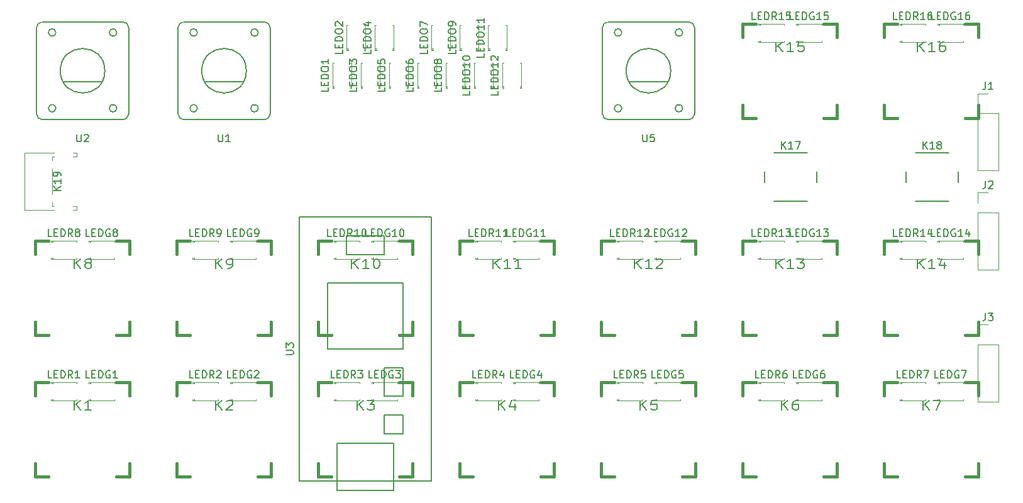
<source format=gbr>
G04 #@! TF.FileFunction,Legend,Top*
%FSLAX46Y46*%
G04 Gerber Fmt 4.6, Leading zero omitted, Abs format (unit mm)*
G04 Created by KiCad (PCBNEW 4.0.6+dfsg1-1) date Mon Mar  5 09:48:27 2018*
%MOMM*%
%LPD*%
G01*
G04 APERTURE LIST*
%ADD10C,0.100000*%
%ADD11C,0.150000*%
%ADD12C,0.381000*%
%ADD13C,0.120000*%
%ADD14C,0.200000*%
%ADD15C,0.203200*%
G04 APERTURE END LIST*
D10*
D11*
X136525000Y-87630000D02*
X136525000Y-88900000D01*
X136525000Y-88900000D02*
X128905000Y-88900000D01*
X128905000Y-88900000D02*
X128905000Y-87630000D01*
X137795000Y-76200000D02*
X137795000Y-72390000D01*
X137795000Y-72390000D02*
X135255000Y-72390000D01*
X135255000Y-72390000D02*
X135255000Y-76200000D01*
X135255000Y-76200000D02*
X137795000Y-76200000D01*
X136525000Y-82550000D02*
X128905000Y-82550000D01*
X128905000Y-82550000D02*
X128905000Y-87630000D01*
X136525000Y-82550000D02*
X136525000Y-87630000D01*
X137795000Y-81280000D02*
X137795000Y-78740000D01*
X137795000Y-78740000D02*
X135255000Y-78740000D01*
X135255000Y-78740000D02*
X135255000Y-81280000D01*
X135255000Y-81280000D02*
X137795000Y-81280000D01*
X130175000Y-54610000D02*
X135255000Y-54610000D01*
X135255000Y-54610000D02*
X135255000Y-57150000D01*
X135255000Y-57150000D02*
X130175000Y-57150000D01*
X130175000Y-57150000D02*
X130175000Y-54610000D01*
X137795000Y-60960000D02*
X127635000Y-60960000D01*
X127635000Y-69850000D02*
X137795000Y-69850000D01*
X127635000Y-60960000D02*
X127635000Y-69850000D01*
X137795000Y-60960000D02*
X137795000Y-69850000D01*
X123825000Y-87630000D02*
X123825000Y-52070000D01*
X123825000Y-52070000D02*
X141605000Y-52070000D01*
X141605000Y-52070000D02*
X141605000Y-87630000D01*
X141605000Y-87630000D02*
X123825000Y-87630000D01*
D12*
X100965000Y-86995000D02*
X99187000Y-86995000D01*
X90043000Y-86995000D02*
X88265000Y-86995000D01*
X88265000Y-86995000D02*
X88265000Y-85217000D01*
X88265000Y-76073000D02*
X88265000Y-74295000D01*
X88265000Y-74295000D02*
X90043000Y-74295000D01*
X99187000Y-74295000D02*
X100965000Y-74295000D01*
X100965000Y-74295000D02*
X100965000Y-76073000D01*
X100965000Y-85217000D02*
X100965000Y-86995000D01*
X120015000Y-86995000D02*
X118237000Y-86995000D01*
X109093000Y-86995000D02*
X107315000Y-86995000D01*
X107315000Y-86995000D02*
X107315000Y-85217000D01*
X107315000Y-76073000D02*
X107315000Y-74295000D01*
X107315000Y-74295000D02*
X109093000Y-74295000D01*
X118237000Y-74295000D02*
X120015000Y-74295000D01*
X120015000Y-74295000D02*
X120015000Y-76073000D01*
X120015000Y-85217000D02*
X120015000Y-86995000D01*
X139065000Y-86995000D02*
X137287000Y-86995000D01*
X128143000Y-86995000D02*
X126365000Y-86995000D01*
X126365000Y-86995000D02*
X126365000Y-85217000D01*
X126365000Y-76073000D02*
X126365000Y-74295000D01*
X126365000Y-74295000D02*
X128143000Y-74295000D01*
X137287000Y-74295000D02*
X139065000Y-74295000D01*
X139065000Y-74295000D02*
X139065000Y-76073000D01*
X139065000Y-85217000D02*
X139065000Y-86995000D01*
X158115000Y-86995000D02*
X156337000Y-86995000D01*
X147193000Y-86995000D02*
X145415000Y-86995000D01*
X145415000Y-86995000D02*
X145415000Y-85217000D01*
X145415000Y-76073000D02*
X145415000Y-74295000D01*
X145415000Y-74295000D02*
X147193000Y-74295000D01*
X156337000Y-74295000D02*
X158115000Y-74295000D01*
X158115000Y-74295000D02*
X158115000Y-76073000D01*
X158115000Y-85217000D02*
X158115000Y-86995000D01*
X177165000Y-86995000D02*
X175387000Y-86995000D01*
X166243000Y-86995000D02*
X164465000Y-86995000D01*
X164465000Y-86995000D02*
X164465000Y-85217000D01*
X164465000Y-76073000D02*
X164465000Y-74295000D01*
X164465000Y-74295000D02*
X166243000Y-74295000D01*
X175387000Y-74295000D02*
X177165000Y-74295000D01*
X177165000Y-74295000D02*
X177165000Y-76073000D01*
X177165000Y-85217000D02*
X177165000Y-86995000D01*
X196215000Y-86995000D02*
X194437000Y-86995000D01*
X185293000Y-86995000D02*
X183515000Y-86995000D01*
X183515000Y-86995000D02*
X183515000Y-85217000D01*
X183515000Y-76073000D02*
X183515000Y-74295000D01*
X183515000Y-74295000D02*
X185293000Y-74295000D01*
X194437000Y-74295000D02*
X196215000Y-74295000D01*
X196215000Y-74295000D02*
X196215000Y-76073000D01*
X196215000Y-85217000D02*
X196215000Y-86995000D01*
X215265000Y-86995000D02*
X213487000Y-86995000D01*
X204343000Y-86995000D02*
X202565000Y-86995000D01*
X202565000Y-86995000D02*
X202565000Y-85217000D01*
X202565000Y-76073000D02*
X202565000Y-74295000D01*
X202565000Y-74295000D02*
X204343000Y-74295000D01*
X213487000Y-74295000D02*
X215265000Y-74295000D01*
X215265000Y-74295000D02*
X215265000Y-76073000D01*
X215265000Y-85217000D02*
X215265000Y-86995000D01*
X100965000Y-67945000D02*
X99187000Y-67945000D01*
X90043000Y-67945000D02*
X88265000Y-67945000D01*
X88265000Y-67945000D02*
X88265000Y-66167000D01*
X88265000Y-57023000D02*
X88265000Y-55245000D01*
X88265000Y-55245000D02*
X90043000Y-55245000D01*
X99187000Y-55245000D02*
X100965000Y-55245000D01*
X100965000Y-55245000D02*
X100965000Y-57023000D01*
X100965000Y-66167000D02*
X100965000Y-67945000D01*
X120015000Y-67945000D02*
X118237000Y-67945000D01*
X109093000Y-67945000D02*
X107315000Y-67945000D01*
X107315000Y-67945000D02*
X107315000Y-66167000D01*
X107315000Y-57023000D02*
X107315000Y-55245000D01*
X107315000Y-55245000D02*
X109093000Y-55245000D01*
X118237000Y-55245000D02*
X120015000Y-55245000D01*
X120015000Y-55245000D02*
X120015000Y-57023000D01*
X120015000Y-66167000D02*
X120015000Y-67945000D01*
X139065000Y-67945000D02*
X137287000Y-67945000D01*
X128143000Y-67945000D02*
X126365000Y-67945000D01*
X126365000Y-67945000D02*
X126365000Y-66167000D01*
X126365000Y-57023000D02*
X126365000Y-55245000D01*
X126365000Y-55245000D02*
X128143000Y-55245000D01*
X137287000Y-55245000D02*
X139065000Y-55245000D01*
X139065000Y-55245000D02*
X139065000Y-57023000D01*
X139065000Y-66167000D02*
X139065000Y-67945000D01*
X158115000Y-67945000D02*
X156337000Y-67945000D01*
X147193000Y-67945000D02*
X145415000Y-67945000D01*
X145415000Y-67945000D02*
X145415000Y-66167000D01*
X145415000Y-57023000D02*
X145415000Y-55245000D01*
X145415000Y-55245000D02*
X147193000Y-55245000D01*
X156337000Y-55245000D02*
X158115000Y-55245000D01*
X158115000Y-55245000D02*
X158115000Y-57023000D01*
X158115000Y-66167000D02*
X158115000Y-67945000D01*
X177165000Y-67945000D02*
X175387000Y-67945000D01*
X166243000Y-67945000D02*
X164465000Y-67945000D01*
X164465000Y-67945000D02*
X164465000Y-66167000D01*
X164465000Y-57023000D02*
X164465000Y-55245000D01*
X164465000Y-55245000D02*
X166243000Y-55245000D01*
X175387000Y-55245000D02*
X177165000Y-55245000D01*
X177165000Y-55245000D02*
X177165000Y-57023000D01*
X177165000Y-66167000D02*
X177165000Y-67945000D01*
X196215000Y-67945000D02*
X194437000Y-67945000D01*
X185293000Y-67945000D02*
X183515000Y-67945000D01*
X183515000Y-67945000D02*
X183515000Y-66167000D01*
X183515000Y-57023000D02*
X183515000Y-55245000D01*
X183515000Y-55245000D02*
X185293000Y-55245000D01*
X194437000Y-55245000D02*
X196215000Y-55245000D01*
X196215000Y-55245000D02*
X196215000Y-57023000D01*
X196215000Y-66167000D02*
X196215000Y-67945000D01*
X215265000Y-67945000D02*
X213487000Y-67945000D01*
X204343000Y-67945000D02*
X202565000Y-67945000D01*
X202565000Y-67945000D02*
X202565000Y-66167000D01*
X202565000Y-57023000D02*
X202565000Y-55245000D01*
X202565000Y-55245000D02*
X204343000Y-55245000D01*
X213487000Y-55245000D02*
X215265000Y-55245000D01*
X215265000Y-55245000D02*
X215265000Y-57023000D01*
X215265000Y-66167000D02*
X215265000Y-67945000D01*
X196215000Y-38735000D02*
X194437000Y-38735000D01*
X185293000Y-38735000D02*
X183515000Y-38735000D01*
X183515000Y-38735000D02*
X183515000Y-36957000D01*
X183515000Y-27813000D02*
X183515000Y-26035000D01*
X183515000Y-26035000D02*
X185293000Y-26035000D01*
X194437000Y-26035000D02*
X196215000Y-26035000D01*
X196215000Y-26035000D02*
X196215000Y-27813000D01*
X196215000Y-36957000D02*
X196215000Y-38735000D01*
X215265000Y-38735000D02*
X213487000Y-38735000D01*
X204343000Y-38735000D02*
X202565000Y-38735000D01*
X202565000Y-38735000D02*
X202565000Y-36957000D01*
X202565000Y-27813000D02*
X202565000Y-26035000D01*
X202565000Y-26035000D02*
X204343000Y-26035000D01*
X213487000Y-26035000D02*
X215265000Y-26035000D01*
X215265000Y-26035000D02*
X215265000Y-27813000D01*
X215265000Y-36957000D02*
X215265000Y-38735000D01*
D13*
X95445000Y-74305000D02*
X98865000Y-74305000D01*
X95445000Y-76825000D02*
X98865000Y-76825000D01*
X95445000Y-74305000D02*
X95445000Y-74485000D01*
X95445000Y-76645000D02*
X95445000Y-76825000D01*
X98865000Y-74305000D02*
X98865000Y-74470000D01*
X98865000Y-76660000D02*
X98865000Y-76825000D01*
X95565000Y-74305000D02*
X95565000Y-74485000D01*
X95565000Y-76645000D02*
X95565000Y-76825000D01*
X95685000Y-74305000D02*
X95685000Y-74485000D01*
X95685000Y-76645000D02*
X95685000Y-76825000D01*
X114495000Y-74305000D02*
X117915000Y-74305000D01*
X114495000Y-76825000D02*
X117915000Y-76825000D01*
X114495000Y-74305000D02*
X114495000Y-74485000D01*
X114495000Y-76645000D02*
X114495000Y-76825000D01*
X117915000Y-74305000D02*
X117915000Y-74470000D01*
X117915000Y-76660000D02*
X117915000Y-76825000D01*
X114615000Y-74305000D02*
X114615000Y-74485000D01*
X114615000Y-76645000D02*
X114615000Y-76825000D01*
X114735000Y-74305000D02*
X114735000Y-74485000D01*
X114735000Y-76645000D02*
X114735000Y-76825000D01*
X133545000Y-74305000D02*
X136965000Y-74305000D01*
X133545000Y-76825000D02*
X136965000Y-76825000D01*
X133545000Y-74305000D02*
X133545000Y-74485000D01*
X133545000Y-76645000D02*
X133545000Y-76825000D01*
X136965000Y-74305000D02*
X136965000Y-74470000D01*
X136965000Y-76660000D02*
X136965000Y-76825000D01*
X133665000Y-74305000D02*
X133665000Y-74485000D01*
X133665000Y-76645000D02*
X133665000Y-76825000D01*
X133785000Y-74305000D02*
X133785000Y-74485000D01*
X133785000Y-76645000D02*
X133785000Y-76825000D01*
X152595000Y-74305000D02*
X156015000Y-74305000D01*
X152595000Y-76825000D02*
X156015000Y-76825000D01*
X152595000Y-74305000D02*
X152595000Y-74485000D01*
X152595000Y-76645000D02*
X152595000Y-76825000D01*
X156015000Y-74305000D02*
X156015000Y-74470000D01*
X156015000Y-76660000D02*
X156015000Y-76825000D01*
X152715000Y-74305000D02*
X152715000Y-74485000D01*
X152715000Y-76645000D02*
X152715000Y-76825000D01*
X152835000Y-74305000D02*
X152835000Y-74485000D01*
X152835000Y-76645000D02*
X152835000Y-76825000D01*
X171645000Y-74305000D02*
X175065000Y-74305000D01*
X171645000Y-76825000D02*
X175065000Y-76825000D01*
X171645000Y-74305000D02*
X171645000Y-74485000D01*
X171645000Y-76645000D02*
X171645000Y-76825000D01*
X175065000Y-74305000D02*
X175065000Y-74470000D01*
X175065000Y-76660000D02*
X175065000Y-76825000D01*
X171765000Y-74305000D02*
X171765000Y-74485000D01*
X171765000Y-76645000D02*
X171765000Y-76825000D01*
X171885000Y-74305000D02*
X171885000Y-74485000D01*
X171885000Y-76645000D02*
X171885000Y-76825000D01*
X190695000Y-74305000D02*
X194115000Y-74305000D01*
X190695000Y-76825000D02*
X194115000Y-76825000D01*
X190695000Y-74305000D02*
X190695000Y-74485000D01*
X190695000Y-76645000D02*
X190695000Y-76825000D01*
X194115000Y-74305000D02*
X194115000Y-74470000D01*
X194115000Y-76660000D02*
X194115000Y-76825000D01*
X190815000Y-74305000D02*
X190815000Y-74485000D01*
X190815000Y-76645000D02*
X190815000Y-76825000D01*
X190935000Y-74305000D02*
X190935000Y-74485000D01*
X190935000Y-76645000D02*
X190935000Y-76825000D01*
X209745000Y-74305000D02*
X213165000Y-74305000D01*
X209745000Y-76825000D02*
X213165000Y-76825000D01*
X209745000Y-74305000D02*
X209745000Y-74485000D01*
X209745000Y-76645000D02*
X209745000Y-76825000D01*
X213165000Y-74305000D02*
X213165000Y-74470000D01*
X213165000Y-76660000D02*
X213165000Y-76825000D01*
X209865000Y-74305000D02*
X209865000Y-74485000D01*
X209865000Y-76645000D02*
X209865000Y-76825000D01*
X209985000Y-74305000D02*
X209985000Y-74485000D01*
X209985000Y-76645000D02*
X209985000Y-76825000D01*
X95445000Y-55255000D02*
X98865000Y-55255000D01*
X95445000Y-57775000D02*
X98865000Y-57775000D01*
X95445000Y-55255000D02*
X95445000Y-55435000D01*
X95445000Y-57595000D02*
X95445000Y-57775000D01*
X98865000Y-55255000D02*
X98865000Y-55420000D01*
X98865000Y-57610000D02*
X98865000Y-57775000D01*
X95565000Y-55255000D02*
X95565000Y-55435000D01*
X95565000Y-57595000D02*
X95565000Y-57775000D01*
X95685000Y-55255000D02*
X95685000Y-55435000D01*
X95685000Y-57595000D02*
X95685000Y-57775000D01*
X114495000Y-55255000D02*
X117915000Y-55255000D01*
X114495000Y-57775000D02*
X117915000Y-57775000D01*
X114495000Y-55255000D02*
X114495000Y-55435000D01*
X114495000Y-57595000D02*
X114495000Y-57775000D01*
X117915000Y-55255000D02*
X117915000Y-55420000D01*
X117915000Y-57610000D02*
X117915000Y-57775000D01*
X114615000Y-55255000D02*
X114615000Y-55435000D01*
X114615000Y-57595000D02*
X114615000Y-57775000D01*
X114735000Y-55255000D02*
X114735000Y-55435000D01*
X114735000Y-57595000D02*
X114735000Y-57775000D01*
X133545000Y-55255000D02*
X136965000Y-55255000D01*
X133545000Y-57775000D02*
X136965000Y-57775000D01*
X133545000Y-55255000D02*
X133545000Y-55435000D01*
X133545000Y-57595000D02*
X133545000Y-57775000D01*
X136965000Y-55255000D02*
X136965000Y-55420000D01*
X136965000Y-57610000D02*
X136965000Y-57775000D01*
X133665000Y-55255000D02*
X133665000Y-55435000D01*
X133665000Y-57595000D02*
X133665000Y-57775000D01*
X133785000Y-55255000D02*
X133785000Y-55435000D01*
X133785000Y-57595000D02*
X133785000Y-57775000D01*
X152595000Y-55255000D02*
X156015000Y-55255000D01*
X152595000Y-57775000D02*
X156015000Y-57775000D01*
X152595000Y-55255000D02*
X152595000Y-55435000D01*
X152595000Y-57595000D02*
X152595000Y-57775000D01*
X156015000Y-55255000D02*
X156015000Y-55420000D01*
X156015000Y-57610000D02*
X156015000Y-57775000D01*
X152715000Y-55255000D02*
X152715000Y-55435000D01*
X152715000Y-57595000D02*
X152715000Y-57775000D01*
X152835000Y-55255000D02*
X152835000Y-55435000D01*
X152835000Y-57595000D02*
X152835000Y-57775000D01*
X171645000Y-55255000D02*
X175065000Y-55255000D01*
X171645000Y-57775000D02*
X175065000Y-57775000D01*
X171645000Y-55255000D02*
X171645000Y-55435000D01*
X171645000Y-57595000D02*
X171645000Y-57775000D01*
X175065000Y-55255000D02*
X175065000Y-55420000D01*
X175065000Y-57610000D02*
X175065000Y-57775000D01*
X171765000Y-55255000D02*
X171765000Y-55435000D01*
X171765000Y-57595000D02*
X171765000Y-57775000D01*
X171885000Y-55255000D02*
X171885000Y-55435000D01*
X171885000Y-57595000D02*
X171885000Y-57775000D01*
X190695000Y-55255000D02*
X194115000Y-55255000D01*
X190695000Y-57775000D02*
X194115000Y-57775000D01*
X190695000Y-55255000D02*
X190695000Y-55435000D01*
X190695000Y-57595000D02*
X190695000Y-57775000D01*
X194115000Y-55255000D02*
X194115000Y-55420000D01*
X194115000Y-57610000D02*
X194115000Y-57775000D01*
X190815000Y-55255000D02*
X190815000Y-55435000D01*
X190815000Y-57595000D02*
X190815000Y-57775000D01*
X190935000Y-55255000D02*
X190935000Y-55435000D01*
X190935000Y-57595000D02*
X190935000Y-57775000D01*
X209745000Y-55255000D02*
X213165000Y-55255000D01*
X209745000Y-57775000D02*
X213165000Y-57775000D01*
X209745000Y-55255000D02*
X209745000Y-55435000D01*
X209745000Y-57595000D02*
X209745000Y-57775000D01*
X213165000Y-55255000D02*
X213165000Y-55420000D01*
X213165000Y-57610000D02*
X213165000Y-57775000D01*
X209865000Y-55255000D02*
X209865000Y-55435000D01*
X209865000Y-57595000D02*
X209865000Y-57775000D01*
X209985000Y-55255000D02*
X209985000Y-55435000D01*
X209985000Y-57595000D02*
X209985000Y-57775000D01*
X190695000Y-26045000D02*
X194115000Y-26045000D01*
X190695000Y-28565000D02*
X194115000Y-28565000D01*
X190695000Y-26045000D02*
X190695000Y-26225000D01*
X190695000Y-28385000D02*
X190695000Y-28565000D01*
X194115000Y-26045000D02*
X194115000Y-26210000D01*
X194115000Y-28400000D02*
X194115000Y-28565000D01*
X190815000Y-26045000D02*
X190815000Y-26225000D01*
X190815000Y-28385000D02*
X190815000Y-28565000D01*
X190935000Y-26045000D02*
X190935000Y-26225000D01*
X190935000Y-28385000D02*
X190935000Y-28565000D01*
X209745000Y-26045000D02*
X213165000Y-26045000D01*
X209745000Y-28565000D02*
X213165000Y-28565000D01*
X209745000Y-26045000D02*
X209745000Y-26225000D01*
X209745000Y-28385000D02*
X209745000Y-28565000D01*
X213165000Y-26045000D02*
X213165000Y-26210000D01*
X213165000Y-28400000D02*
X213165000Y-28565000D01*
X209865000Y-26045000D02*
X209865000Y-26225000D01*
X209865000Y-28385000D02*
X209865000Y-28565000D01*
X209985000Y-26045000D02*
X209985000Y-26225000D01*
X209985000Y-28385000D02*
X209985000Y-28565000D01*
X128280000Y-34730000D02*
X128280000Y-31310000D01*
X130800000Y-34730000D02*
X130800000Y-31310000D01*
X128280000Y-34730000D02*
X128460000Y-34730000D01*
X130620000Y-34730000D02*
X130800000Y-34730000D01*
X128280000Y-31310000D02*
X128445000Y-31310000D01*
X130635000Y-31310000D02*
X130800000Y-31310000D01*
X128280000Y-34610000D02*
X128460000Y-34610000D01*
X130620000Y-34610000D02*
X130800000Y-34610000D01*
X128280000Y-34490000D02*
X128460000Y-34490000D01*
X130620000Y-34490000D02*
X130800000Y-34490000D01*
X130185000Y-29650000D02*
X130185000Y-26230000D01*
X132705000Y-29650000D02*
X132705000Y-26230000D01*
X130185000Y-29650000D02*
X130365000Y-29650000D01*
X132525000Y-29650000D02*
X132705000Y-29650000D01*
X130185000Y-26230000D02*
X130350000Y-26230000D01*
X132540000Y-26230000D02*
X132705000Y-26230000D01*
X130185000Y-29530000D02*
X130365000Y-29530000D01*
X132525000Y-29530000D02*
X132705000Y-29530000D01*
X130185000Y-29410000D02*
X130365000Y-29410000D01*
X132525000Y-29410000D02*
X132705000Y-29410000D01*
X132090000Y-34730000D02*
X132090000Y-31310000D01*
X134610000Y-34730000D02*
X134610000Y-31310000D01*
X132090000Y-34730000D02*
X132270000Y-34730000D01*
X134430000Y-34730000D02*
X134610000Y-34730000D01*
X132090000Y-31310000D02*
X132255000Y-31310000D01*
X134445000Y-31310000D02*
X134610000Y-31310000D01*
X132090000Y-34610000D02*
X132270000Y-34610000D01*
X134430000Y-34610000D02*
X134610000Y-34610000D01*
X132090000Y-34490000D02*
X132270000Y-34490000D01*
X134430000Y-34490000D02*
X134610000Y-34490000D01*
X133995000Y-29650000D02*
X133995000Y-26230000D01*
X136515000Y-29650000D02*
X136515000Y-26230000D01*
X133995000Y-29650000D02*
X134175000Y-29650000D01*
X136335000Y-29650000D02*
X136515000Y-29650000D01*
X133995000Y-26230000D02*
X134160000Y-26230000D01*
X136350000Y-26230000D02*
X136515000Y-26230000D01*
X133995000Y-29530000D02*
X134175000Y-29530000D01*
X136335000Y-29530000D02*
X136515000Y-29530000D01*
X133995000Y-29410000D02*
X134175000Y-29410000D01*
X136335000Y-29410000D02*
X136515000Y-29410000D01*
X135900000Y-34730000D02*
X135900000Y-31310000D01*
X138420000Y-34730000D02*
X138420000Y-31310000D01*
X135900000Y-34730000D02*
X136080000Y-34730000D01*
X138240000Y-34730000D02*
X138420000Y-34730000D01*
X135900000Y-31310000D02*
X136065000Y-31310000D01*
X138255000Y-31310000D02*
X138420000Y-31310000D01*
X135900000Y-34610000D02*
X136080000Y-34610000D01*
X138240000Y-34610000D02*
X138420000Y-34610000D01*
X135900000Y-34490000D02*
X136080000Y-34490000D01*
X138240000Y-34490000D02*
X138420000Y-34490000D01*
X139710000Y-34730000D02*
X139710000Y-31310000D01*
X142230000Y-34730000D02*
X142230000Y-31310000D01*
X139710000Y-34730000D02*
X139890000Y-34730000D01*
X142050000Y-34730000D02*
X142230000Y-34730000D01*
X139710000Y-31310000D02*
X139875000Y-31310000D01*
X142065000Y-31310000D02*
X142230000Y-31310000D01*
X139710000Y-34610000D02*
X139890000Y-34610000D01*
X142050000Y-34610000D02*
X142230000Y-34610000D01*
X139710000Y-34490000D02*
X139890000Y-34490000D01*
X142050000Y-34490000D02*
X142230000Y-34490000D01*
X141615000Y-29650000D02*
X141615000Y-26230000D01*
X144135000Y-29650000D02*
X144135000Y-26230000D01*
X141615000Y-29650000D02*
X141795000Y-29650000D01*
X143955000Y-29650000D02*
X144135000Y-29650000D01*
X141615000Y-26230000D02*
X141780000Y-26230000D01*
X143970000Y-26230000D02*
X144135000Y-26230000D01*
X141615000Y-29530000D02*
X141795000Y-29530000D01*
X143955000Y-29530000D02*
X144135000Y-29530000D01*
X141615000Y-29410000D02*
X141795000Y-29410000D01*
X143955000Y-29410000D02*
X144135000Y-29410000D01*
X143520000Y-34730000D02*
X143520000Y-31310000D01*
X146040000Y-34730000D02*
X146040000Y-31310000D01*
X143520000Y-34730000D02*
X143700000Y-34730000D01*
X145860000Y-34730000D02*
X146040000Y-34730000D01*
X143520000Y-31310000D02*
X143685000Y-31310000D01*
X145875000Y-31310000D02*
X146040000Y-31310000D01*
X143520000Y-34610000D02*
X143700000Y-34610000D01*
X145860000Y-34610000D02*
X146040000Y-34610000D01*
X143520000Y-34490000D02*
X143700000Y-34490000D01*
X145860000Y-34490000D02*
X146040000Y-34490000D01*
X145425000Y-29650000D02*
X145425000Y-26230000D01*
X147945000Y-29650000D02*
X147945000Y-26230000D01*
X145425000Y-29650000D02*
X145605000Y-29650000D01*
X147765000Y-29650000D02*
X147945000Y-29650000D01*
X145425000Y-26230000D02*
X145590000Y-26230000D01*
X147780000Y-26230000D02*
X147945000Y-26230000D01*
X145425000Y-29530000D02*
X145605000Y-29530000D01*
X147765000Y-29530000D02*
X147945000Y-29530000D01*
X145425000Y-29410000D02*
X145605000Y-29410000D01*
X147765000Y-29410000D02*
X147945000Y-29410000D01*
X147330000Y-34730000D02*
X147330000Y-31310000D01*
X149850000Y-34730000D02*
X149850000Y-31310000D01*
X147330000Y-34730000D02*
X147510000Y-34730000D01*
X149670000Y-34730000D02*
X149850000Y-34730000D01*
X147330000Y-31310000D02*
X147495000Y-31310000D01*
X149685000Y-31310000D02*
X149850000Y-31310000D01*
X147330000Y-34610000D02*
X147510000Y-34610000D01*
X149670000Y-34610000D02*
X149850000Y-34610000D01*
X147330000Y-34490000D02*
X147510000Y-34490000D01*
X149670000Y-34490000D02*
X149850000Y-34490000D01*
X149235000Y-29650000D02*
X149235000Y-26230000D01*
X151755000Y-29650000D02*
X151755000Y-26230000D01*
X149235000Y-29650000D02*
X149415000Y-29650000D01*
X151575000Y-29650000D02*
X151755000Y-29650000D01*
X149235000Y-26230000D02*
X149400000Y-26230000D01*
X151590000Y-26230000D02*
X151755000Y-26230000D01*
X149235000Y-29530000D02*
X149415000Y-29530000D01*
X151575000Y-29530000D02*
X151755000Y-29530000D01*
X149235000Y-29410000D02*
X149415000Y-29410000D01*
X151575000Y-29410000D02*
X151755000Y-29410000D01*
X151140000Y-34730000D02*
X151140000Y-31310000D01*
X153660000Y-34730000D02*
X153660000Y-31310000D01*
X151140000Y-34730000D02*
X151320000Y-34730000D01*
X153480000Y-34730000D02*
X153660000Y-34730000D01*
X151140000Y-31310000D02*
X151305000Y-31310000D01*
X153495000Y-31310000D02*
X153660000Y-31310000D01*
X151140000Y-34610000D02*
X151320000Y-34610000D01*
X153480000Y-34610000D02*
X153660000Y-34610000D01*
X151140000Y-34490000D02*
X151320000Y-34490000D01*
X153480000Y-34490000D02*
X153660000Y-34490000D01*
X90365000Y-74305000D02*
X93785000Y-74305000D01*
X90365000Y-76825000D02*
X93785000Y-76825000D01*
X90365000Y-74305000D02*
X90365000Y-74485000D01*
X90365000Y-76645000D02*
X90365000Y-76825000D01*
X93785000Y-74305000D02*
X93785000Y-74470000D01*
X93785000Y-76660000D02*
X93785000Y-76825000D01*
X90485000Y-74305000D02*
X90485000Y-74485000D01*
X90485000Y-76645000D02*
X90485000Y-76825000D01*
X90605000Y-74305000D02*
X90605000Y-74485000D01*
X90605000Y-76645000D02*
X90605000Y-76825000D01*
X109415000Y-74305000D02*
X112835000Y-74305000D01*
X109415000Y-76825000D02*
X112835000Y-76825000D01*
X109415000Y-74305000D02*
X109415000Y-74485000D01*
X109415000Y-76645000D02*
X109415000Y-76825000D01*
X112835000Y-74305000D02*
X112835000Y-74470000D01*
X112835000Y-76660000D02*
X112835000Y-76825000D01*
X109535000Y-74305000D02*
X109535000Y-74485000D01*
X109535000Y-76645000D02*
X109535000Y-76825000D01*
X109655000Y-74305000D02*
X109655000Y-74485000D01*
X109655000Y-76645000D02*
X109655000Y-76825000D01*
X128465000Y-74305000D02*
X131885000Y-74305000D01*
X128465000Y-76825000D02*
X131885000Y-76825000D01*
X128465000Y-74305000D02*
X128465000Y-74485000D01*
X128465000Y-76645000D02*
X128465000Y-76825000D01*
X131885000Y-74305000D02*
X131885000Y-74470000D01*
X131885000Y-76660000D02*
X131885000Y-76825000D01*
X128585000Y-74305000D02*
X128585000Y-74485000D01*
X128585000Y-76645000D02*
X128585000Y-76825000D01*
X128705000Y-74305000D02*
X128705000Y-74485000D01*
X128705000Y-76645000D02*
X128705000Y-76825000D01*
X147515000Y-74305000D02*
X150935000Y-74305000D01*
X147515000Y-76825000D02*
X150935000Y-76825000D01*
X147515000Y-74305000D02*
X147515000Y-74485000D01*
X147515000Y-76645000D02*
X147515000Y-76825000D01*
X150935000Y-74305000D02*
X150935000Y-74470000D01*
X150935000Y-76660000D02*
X150935000Y-76825000D01*
X147635000Y-74305000D02*
X147635000Y-74485000D01*
X147635000Y-76645000D02*
X147635000Y-76825000D01*
X147755000Y-74305000D02*
X147755000Y-74485000D01*
X147755000Y-76645000D02*
X147755000Y-76825000D01*
X166565000Y-74305000D02*
X169985000Y-74305000D01*
X166565000Y-76825000D02*
X169985000Y-76825000D01*
X166565000Y-74305000D02*
X166565000Y-74485000D01*
X166565000Y-76645000D02*
X166565000Y-76825000D01*
X169985000Y-74305000D02*
X169985000Y-74470000D01*
X169985000Y-76660000D02*
X169985000Y-76825000D01*
X166685000Y-74305000D02*
X166685000Y-74485000D01*
X166685000Y-76645000D02*
X166685000Y-76825000D01*
X166805000Y-74305000D02*
X166805000Y-74485000D01*
X166805000Y-76645000D02*
X166805000Y-76825000D01*
X185615000Y-74305000D02*
X189035000Y-74305000D01*
X185615000Y-76825000D02*
X189035000Y-76825000D01*
X185615000Y-74305000D02*
X185615000Y-74485000D01*
X185615000Y-76645000D02*
X185615000Y-76825000D01*
X189035000Y-74305000D02*
X189035000Y-74470000D01*
X189035000Y-76660000D02*
X189035000Y-76825000D01*
X185735000Y-74305000D02*
X185735000Y-74485000D01*
X185735000Y-76645000D02*
X185735000Y-76825000D01*
X185855000Y-74305000D02*
X185855000Y-74485000D01*
X185855000Y-76645000D02*
X185855000Y-76825000D01*
X204665000Y-74305000D02*
X208085000Y-74305000D01*
X204665000Y-76825000D02*
X208085000Y-76825000D01*
X204665000Y-74305000D02*
X204665000Y-74485000D01*
X204665000Y-76645000D02*
X204665000Y-76825000D01*
X208085000Y-74305000D02*
X208085000Y-74470000D01*
X208085000Y-76660000D02*
X208085000Y-76825000D01*
X204785000Y-74305000D02*
X204785000Y-74485000D01*
X204785000Y-76645000D02*
X204785000Y-76825000D01*
X204905000Y-74305000D02*
X204905000Y-74485000D01*
X204905000Y-76645000D02*
X204905000Y-76825000D01*
X90365000Y-55255000D02*
X93785000Y-55255000D01*
X90365000Y-57775000D02*
X93785000Y-57775000D01*
X90365000Y-55255000D02*
X90365000Y-55435000D01*
X90365000Y-57595000D02*
X90365000Y-57775000D01*
X93785000Y-55255000D02*
X93785000Y-55420000D01*
X93785000Y-57610000D02*
X93785000Y-57775000D01*
X90485000Y-55255000D02*
X90485000Y-55435000D01*
X90485000Y-57595000D02*
X90485000Y-57775000D01*
X90605000Y-55255000D02*
X90605000Y-55435000D01*
X90605000Y-57595000D02*
X90605000Y-57775000D01*
X109415000Y-55255000D02*
X112835000Y-55255000D01*
X109415000Y-57775000D02*
X112835000Y-57775000D01*
X109415000Y-55255000D02*
X109415000Y-55435000D01*
X109415000Y-57595000D02*
X109415000Y-57775000D01*
X112835000Y-55255000D02*
X112835000Y-55420000D01*
X112835000Y-57610000D02*
X112835000Y-57775000D01*
X109535000Y-55255000D02*
X109535000Y-55435000D01*
X109535000Y-57595000D02*
X109535000Y-57775000D01*
X109655000Y-55255000D02*
X109655000Y-55435000D01*
X109655000Y-57595000D02*
X109655000Y-57775000D01*
X128465000Y-55255000D02*
X131885000Y-55255000D01*
X128465000Y-57775000D02*
X131885000Y-57775000D01*
X128465000Y-55255000D02*
X128465000Y-55435000D01*
X128465000Y-57595000D02*
X128465000Y-57775000D01*
X131885000Y-55255000D02*
X131885000Y-55420000D01*
X131885000Y-57610000D02*
X131885000Y-57775000D01*
X128585000Y-55255000D02*
X128585000Y-55435000D01*
X128585000Y-57595000D02*
X128585000Y-57775000D01*
X128705000Y-55255000D02*
X128705000Y-55435000D01*
X128705000Y-57595000D02*
X128705000Y-57775000D01*
X147515000Y-55255000D02*
X150935000Y-55255000D01*
X147515000Y-57775000D02*
X150935000Y-57775000D01*
X147515000Y-55255000D02*
X147515000Y-55435000D01*
X147515000Y-57595000D02*
X147515000Y-57775000D01*
X150935000Y-55255000D02*
X150935000Y-55420000D01*
X150935000Y-57610000D02*
X150935000Y-57775000D01*
X147635000Y-55255000D02*
X147635000Y-55435000D01*
X147635000Y-57595000D02*
X147635000Y-57775000D01*
X147755000Y-55255000D02*
X147755000Y-55435000D01*
X147755000Y-57595000D02*
X147755000Y-57775000D01*
X166565000Y-55255000D02*
X169985000Y-55255000D01*
X166565000Y-57775000D02*
X169985000Y-57775000D01*
X166565000Y-55255000D02*
X166565000Y-55435000D01*
X166565000Y-57595000D02*
X166565000Y-57775000D01*
X169985000Y-55255000D02*
X169985000Y-55420000D01*
X169985000Y-57610000D02*
X169985000Y-57775000D01*
X166685000Y-55255000D02*
X166685000Y-55435000D01*
X166685000Y-57595000D02*
X166685000Y-57775000D01*
X166805000Y-55255000D02*
X166805000Y-55435000D01*
X166805000Y-57595000D02*
X166805000Y-57775000D01*
X185615000Y-55255000D02*
X189035000Y-55255000D01*
X185615000Y-57775000D02*
X189035000Y-57775000D01*
X185615000Y-55255000D02*
X185615000Y-55435000D01*
X185615000Y-57595000D02*
X185615000Y-57775000D01*
X189035000Y-55255000D02*
X189035000Y-55420000D01*
X189035000Y-57610000D02*
X189035000Y-57775000D01*
X185735000Y-55255000D02*
X185735000Y-55435000D01*
X185735000Y-57595000D02*
X185735000Y-57775000D01*
X185855000Y-55255000D02*
X185855000Y-55435000D01*
X185855000Y-57595000D02*
X185855000Y-57775000D01*
X204665000Y-55255000D02*
X208085000Y-55255000D01*
X204665000Y-57775000D02*
X208085000Y-57775000D01*
X204665000Y-55255000D02*
X204665000Y-55435000D01*
X204665000Y-57595000D02*
X204665000Y-57775000D01*
X208085000Y-55255000D02*
X208085000Y-55420000D01*
X208085000Y-57610000D02*
X208085000Y-57775000D01*
X204785000Y-55255000D02*
X204785000Y-55435000D01*
X204785000Y-57595000D02*
X204785000Y-57775000D01*
X204905000Y-55255000D02*
X204905000Y-55435000D01*
X204905000Y-57595000D02*
X204905000Y-57775000D01*
X185615000Y-26045000D02*
X189035000Y-26045000D01*
X185615000Y-28565000D02*
X189035000Y-28565000D01*
X185615000Y-26045000D02*
X185615000Y-26225000D01*
X185615000Y-28385000D02*
X185615000Y-28565000D01*
X189035000Y-26045000D02*
X189035000Y-26210000D01*
X189035000Y-28400000D02*
X189035000Y-28565000D01*
X185735000Y-26045000D02*
X185735000Y-26225000D01*
X185735000Y-28385000D02*
X185735000Y-28565000D01*
X185855000Y-26045000D02*
X185855000Y-26225000D01*
X185855000Y-28385000D02*
X185855000Y-28565000D01*
X204665000Y-26045000D02*
X208085000Y-26045000D01*
X204665000Y-28565000D02*
X208085000Y-28565000D01*
X204665000Y-26045000D02*
X204665000Y-26225000D01*
X204665000Y-28385000D02*
X204665000Y-28565000D01*
X208085000Y-26045000D02*
X208085000Y-26210000D01*
X208085000Y-28400000D02*
X208085000Y-28565000D01*
X204785000Y-26045000D02*
X204785000Y-26225000D01*
X204785000Y-28385000D02*
X204785000Y-28565000D01*
X204905000Y-26045000D02*
X204905000Y-26225000D01*
X204905000Y-28385000D02*
X204905000Y-28565000D01*
D14*
X175415000Y-27235000D02*
G75*
G03X175415000Y-27235000I-500000J0D01*
G01*
X167215000Y-27235000D02*
G75*
G03X167215000Y-27235000I-500000J0D01*
G01*
X167215000Y-37435000D02*
G75*
G03X167215000Y-37435000I-500000J0D01*
G01*
X175415000Y-37435000D02*
G75*
G03X175415000Y-37435000I-500000J0D01*
G01*
X177015000Y-26585000D02*
X177015000Y-38185000D01*
X164615000Y-38185000D02*
X164615000Y-26585000D01*
X176215000Y-38985000D02*
X165415000Y-38985000D01*
X176215000Y-25785000D02*
X165415000Y-25785000D01*
X176215000Y-38985000D02*
G75*
G03X177015000Y-38185000I0J800000D01*
G01*
X177015000Y-26585000D02*
G75*
G03X176215000Y-25785000I-800000J0D01*
G01*
X165415000Y-25785000D02*
G75*
G03X164615000Y-26585000I0J-800000D01*
G01*
X164615000Y-38185000D02*
G75*
G03X165415000Y-38985000I800000J0D01*
G01*
X173415000Y-33885000D02*
X168215000Y-33885000D01*
X173815000Y-32385000D02*
G75*
G03X173815000Y-32385000I-3000000J0D01*
G01*
D11*
X187690000Y-49950000D02*
X192190000Y-49950000D01*
X186440000Y-45950000D02*
X186440000Y-47450000D01*
X192190000Y-43450000D02*
X187690000Y-43450000D01*
X193440000Y-47450000D02*
X193440000Y-45950000D01*
X206740000Y-49950000D02*
X211240000Y-49950000D01*
X205490000Y-45950000D02*
X205490000Y-47450000D01*
X211240000Y-43450000D02*
X206740000Y-43450000D01*
X212490000Y-47450000D02*
X212490000Y-45950000D01*
D13*
X90505000Y-50620000D02*
X90735000Y-50620000D01*
X86835000Y-51140000D02*
X86835000Y-43420000D01*
X86835000Y-43420000D02*
X90735000Y-43420000D01*
X93845000Y-51140000D02*
X93845000Y-50620000D01*
X86835000Y-51140000D02*
X90735000Y-51140000D01*
X90505000Y-43940000D02*
X90735000Y-43940000D01*
X93335000Y-50620000D02*
X93845000Y-50620000D01*
X93335000Y-51140000D02*
X93845000Y-51140000D01*
X90505000Y-44480000D02*
X90505000Y-43940000D01*
X93335000Y-43940000D02*
X93845000Y-43940000D01*
X93845000Y-43940000D02*
X93845000Y-43420000D01*
X93335000Y-43420000D02*
X93845000Y-43420000D01*
X90505000Y-50620000D02*
X90505000Y-50080000D01*
X90505000Y-48980000D02*
X90505000Y-45580000D01*
D14*
X118265000Y-27235000D02*
G75*
G03X118265000Y-27235000I-500000J0D01*
G01*
X110065000Y-27235000D02*
G75*
G03X110065000Y-27235000I-500000J0D01*
G01*
X110065000Y-37435000D02*
G75*
G03X110065000Y-37435000I-500000J0D01*
G01*
X118265000Y-37435000D02*
G75*
G03X118265000Y-37435000I-500000J0D01*
G01*
X119865000Y-26585000D02*
X119865000Y-38185000D01*
X107465000Y-38185000D02*
X107465000Y-26585000D01*
X119065000Y-38985000D02*
X108265000Y-38985000D01*
X119065000Y-25785000D02*
X108265000Y-25785000D01*
X119065000Y-38985000D02*
G75*
G03X119865000Y-38185000I0J800000D01*
G01*
X119865000Y-26585000D02*
G75*
G03X119065000Y-25785000I-800000J0D01*
G01*
X108265000Y-25785000D02*
G75*
G03X107465000Y-26585000I0J-800000D01*
G01*
X107465000Y-38185000D02*
G75*
G03X108265000Y-38985000I800000J0D01*
G01*
X116265000Y-33885000D02*
X111065000Y-33885000D01*
X116665000Y-32385000D02*
G75*
G03X116665000Y-32385000I-3000000J0D01*
G01*
X99215000Y-27235000D02*
G75*
G03X99215000Y-27235000I-500000J0D01*
G01*
X91015000Y-27235000D02*
G75*
G03X91015000Y-27235000I-500000J0D01*
G01*
X91015000Y-37435000D02*
G75*
G03X91015000Y-37435000I-500000J0D01*
G01*
X99215000Y-37435000D02*
G75*
G03X99215000Y-37435000I-500000J0D01*
G01*
X100815000Y-26585000D02*
X100815000Y-38185000D01*
X88415000Y-38185000D02*
X88415000Y-26585000D01*
X100015000Y-38985000D02*
X89215000Y-38985000D01*
X100015000Y-25785000D02*
X89215000Y-25785000D01*
X100015000Y-38985000D02*
G75*
G03X100815000Y-38185000I0J800000D01*
G01*
X100815000Y-26585000D02*
G75*
G03X100015000Y-25785000I-800000J0D01*
G01*
X89215000Y-25785000D02*
G75*
G03X88415000Y-26585000I0J-800000D01*
G01*
X88415000Y-38185000D02*
G75*
G03X89215000Y-38985000I800000J0D01*
G01*
X97215000Y-33885000D02*
X92015000Y-33885000D01*
X97615000Y-32385000D02*
G75*
G03X97615000Y-32385000I-3000000J0D01*
G01*
D13*
X215145000Y-38100000D02*
X215145000Y-45840000D01*
X215145000Y-45840000D02*
X217925000Y-45840000D01*
X217925000Y-45840000D02*
X217925000Y-38100000D01*
X217925000Y-38100000D02*
X215145000Y-38100000D01*
X215145000Y-36830000D02*
X215145000Y-35440000D01*
X215145000Y-35440000D02*
X216535000Y-35440000D01*
X215145000Y-51435000D02*
X215145000Y-59175000D01*
X215145000Y-59175000D02*
X217925000Y-59175000D01*
X217925000Y-59175000D02*
X217925000Y-51435000D01*
X217925000Y-51435000D02*
X215145000Y-51435000D01*
X215145000Y-50165000D02*
X215145000Y-48775000D01*
X215145000Y-48775000D02*
X216535000Y-48775000D01*
X215145000Y-69215000D02*
X215145000Y-76955000D01*
X215145000Y-76955000D02*
X217925000Y-76955000D01*
X217925000Y-76955000D02*
X217925000Y-69215000D01*
X217925000Y-69215000D02*
X215145000Y-69215000D01*
X215145000Y-67945000D02*
X215145000Y-66555000D01*
X215145000Y-66555000D02*
X216535000Y-66555000D01*
D11*
X122007381Y-70611905D02*
X122816905Y-70611905D01*
X122912143Y-70564286D01*
X122959762Y-70516667D01*
X123007381Y-70421429D01*
X123007381Y-70230952D01*
X122959762Y-70135714D01*
X122912143Y-70088095D01*
X122816905Y-70040476D01*
X122007381Y-70040476D01*
X122007381Y-69659524D02*
X122007381Y-69040476D01*
X122388333Y-69373810D01*
X122388333Y-69230952D01*
X122435952Y-69135714D01*
X122483571Y-69088095D01*
X122578810Y-69040476D01*
X122816905Y-69040476D01*
X122912143Y-69088095D01*
X122959762Y-69135714D01*
X123007381Y-69230952D01*
X123007381Y-69516667D01*
X122959762Y-69611905D01*
X122912143Y-69659524D01*
D15*
X93490143Y-78044524D02*
X93490143Y-76774524D01*
X94361000Y-78044524D02*
X93707857Y-77318810D01*
X94361000Y-76774524D02*
X93490143Y-77500238D01*
X95812429Y-78044524D02*
X94941572Y-78044524D01*
X95377000Y-78044524D02*
X95377000Y-76774524D01*
X95231857Y-76955952D01*
X95086715Y-77076905D01*
X94941572Y-77137381D01*
X112540143Y-78044524D02*
X112540143Y-76774524D01*
X113411000Y-78044524D02*
X112757857Y-77318810D01*
X113411000Y-76774524D02*
X112540143Y-77500238D01*
X113991572Y-76895476D02*
X114064143Y-76835000D01*
X114209286Y-76774524D01*
X114572143Y-76774524D01*
X114717286Y-76835000D01*
X114789857Y-76895476D01*
X114862429Y-77016429D01*
X114862429Y-77137381D01*
X114789857Y-77318810D01*
X113919000Y-78044524D01*
X114862429Y-78044524D01*
X131590143Y-78044524D02*
X131590143Y-76774524D01*
X132461000Y-78044524D02*
X131807857Y-77318810D01*
X132461000Y-76774524D02*
X131590143Y-77500238D01*
X132969000Y-76774524D02*
X133912429Y-76774524D01*
X133404429Y-77258333D01*
X133622143Y-77258333D01*
X133767286Y-77318810D01*
X133839857Y-77379286D01*
X133912429Y-77500238D01*
X133912429Y-77802619D01*
X133839857Y-77923571D01*
X133767286Y-77984048D01*
X133622143Y-78044524D01*
X133186715Y-78044524D01*
X133041572Y-77984048D01*
X132969000Y-77923571D01*
X150640143Y-78044524D02*
X150640143Y-76774524D01*
X151511000Y-78044524D02*
X150857857Y-77318810D01*
X151511000Y-76774524D02*
X150640143Y-77500238D01*
X152817286Y-77197857D02*
X152817286Y-78044524D01*
X152454429Y-76714048D02*
X152091572Y-77621190D01*
X153035000Y-77621190D01*
X169690143Y-78044524D02*
X169690143Y-76774524D01*
X170561000Y-78044524D02*
X169907857Y-77318810D01*
X170561000Y-76774524D02*
X169690143Y-77500238D01*
X171939857Y-76774524D02*
X171214143Y-76774524D01*
X171141572Y-77379286D01*
X171214143Y-77318810D01*
X171359286Y-77258333D01*
X171722143Y-77258333D01*
X171867286Y-77318810D01*
X171939857Y-77379286D01*
X172012429Y-77500238D01*
X172012429Y-77802619D01*
X171939857Y-77923571D01*
X171867286Y-77984048D01*
X171722143Y-78044524D01*
X171359286Y-78044524D01*
X171214143Y-77984048D01*
X171141572Y-77923571D01*
X188740143Y-78044524D02*
X188740143Y-76774524D01*
X189611000Y-78044524D02*
X188957857Y-77318810D01*
X189611000Y-76774524D02*
X188740143Y-77500238D01*
X190917286Y-76774524D02*
X190627000Y-76774524D01*
X190481857Y-76835000D01*
X190409286Y-76895476D01*
X190264143Y-77076905D01*
X190191572Y-77318810D01*
X190191572Y-77802619D01*
X190264143Y-77923571D01*
X190336715Y-77984048D01*
X190481857Y-78044524D01*
X190772143Y-78044524D01*
X190917286Y-77984048D01*
X190989857Y-77923571D01*
X191062429Y-77802619D01*
X191062429Y-77500238D01*
X190989857Y-77379286D01*
X190917286Y-77318810D01*
X190772143Y-77258333D01*
X190481857Y-77258333D01*
X190336715Y-77318810D01*
X190264143Y-77379286D01*
X190191572Y-77500238D01*
X207790143Y-78044524D02*
X207790143Y-76774524D01*
X208661000Y-78044524D02*
X208007857Y-77318810D01*
X208661000Y-76774524D02*
X207790143Y-77500238D01*
X209169000Y-76774524D02*
X210185000Y-76774524D01*
X209531857Y-78044524D01*
X93490143Y-58994524D02*
X93490143Y-57724524D01*
X94361000Y-58994524D02*
X93707857Y-58268810D01*
X94361000Y-57724524D02*
X93490143Y-58450238D01*
X95231857Y-58268810D02*
X95086715Y-58208333D01*
X95014143Y-58147857D01*
X94941572Y-58026905D01*
X94941572Y-57966429D01*
X95014143Y-57845476D01*
X95086715Y-57785000D01*
X95231857Y-57724524D01*
X95522143Y-57724524D01*
X95667286Y-57785000D01*
X95739857Y-57845476D01*
X95812429Y-57966429D01*
X95812429Y-58026905D01*
X95739857Y-58147857D01*
X95667286Y-58208333D01*
X95522143Y-58268810D01*
X95231857Y-58268810D01*
X95086715Y-58329286D01*
X95014143Y-58389762D01*
X94941572Y-58510714D01*
X94941572Y-58752619D01*
X95014143Y-58873571D01*
X95086715Y-58934048D01*
X95231857Y-58994524D01*
X95522143Y-58994524D01*
X95667286Y-58934048D01*
X95739857Y-58873571D01*
X95812429Y-58752619D01*
X95812429Y-58510714D01*
X95739857Y-58389762D01*
X95667286Y-58329286D01*
X95522143Y-58268810D01*
X112540143Y-58994524D02*
X112540143Y-57724524D01*
X113411000Y-58994524D02*
X112757857Y-58268810D01*
X113411000Y-57724524D02*
X112540143Y-58450238D01*
X114136715Y-58994524D02*
X114427000Y-58994524D01*
X114572143Y-58934048D01*
X114644715Y-58873571D01*
X114789857Y-58692143D01*
X114862429Y-58450238D01*
X114862429Y-57966429D01*
X114789857Y-57845476D01*
X114717286Y-57785000D01*
X114572143Y-57724524D01*
X114281857Y-57724524D01*
X114136715Y-57785000D01*
X114064143Y-57845476D01*
X113991572Y-57966429D01*
X113991572Y-58268810D01*
X114064143Y-58389762D01*
X114136715Y-58450238D01*
X114281857Y-58510714D01*
X114572143Y-58510714D01*
X114717286Y-58450238D01*
X114789857Y-58389762D01*
X114862429Y-58268810D01*
X130864428Y-58994524D02*
X130864428Y-57724524D01*
X131735285Y-58994524D02*
X131082142Y-58268810D01*
X131735285Y-57724524D02*
X130864428Y-58450238D01*
X133186714Y-58994524D02*
X132315857Y-58994524D01*
X132751285Y-58994524D02*
X132751285Y-57724524D01*
X132606142Y-57905952D01*
X132461000Y-58026905D01*
X132315857Y-58087381D01*
X134130143Y-57724524D02*
X134275286Y-57724524D01*
X134420429Y-57785000D01*
X134493000Y-57845476D01*
X134565571Y-57966429D01*
X134638143Y-58208333D01*
X134638143Y-58510714D01*
X134565571Y-58752619D01*
X134493000Y-58873571D01*
X134420429Y-58934048D01*
X134275286Y-58994524D01*
X134130143Y-58994524D01*
X133985000Y-58934048D01*
X133912429Y-58873571D01*
X133839857Y-58752619D01*
X133767286Y-58510714D01*
X133767286Y-58208333D01*
X133839857Y-57966429D01*
X133912429Y-57845476D01*
X133985000Y-57785000D01*
X134130143Y-57724524D01*
X149914428Y-58994524D02*
X149914428Y-57724524D01*
X150785285Y-58994524D02*
X150132142Y-58268810D01*
X150785285Y-57724524D02*
X149914428Y-58450238D01*
X152236714Y-58994524D02*
X151365857Y-58994524D01*
X151801285Y-58994524D02*
X151801285Y-57724524D01*
X151656142Y-57905952D01*
X151511000Y-58026905D01*
X151365857Y-58087381D01*
X153688143Y-58994524D02*
X152817286Y-58994524D01*
X153252714Y-58994524D02*
X153252714Y-57724524D01*
X153107571Y-57905952D01*
X152962429Y-58026905D01*
X152817286Y-58087381D01*
X168964428Y-58994524D02*
X168964428Y-57724524D01*
X169835285Y-58994524D02*
X169182142Y-58268810D01*
X169835285Y-57724524D02*
X168964428Y-58450238D01*
X171286714Y-58994524D02*
X170415857Y-58994524D01*
X170851285Y-58994524D02*
X170851285Y-57724524D01*
X170706142Y-57905952D01*
X170561000Y-58026905D01*
X170415857Y-58087381D01*
X171867286Y-57845476D02*
X171939857Y-57785000D01*
X172085000Y-57724524D01*
X172447857Y-57724524D01*
X172593000Y-57785000D01*
X172665571Y-57845476D01*
X172738143Y-57966429D01*
X172738143Y-58087381D01*
X172665571Y-58268810D01*
X171794714Y-58994524D01*
X172738143Y-58994524D01*
X188014428Y-58994524D02*
X188014428Y-57724524D01*
X188885285Y-58994524D02*
X188232142Y-58268810D01*
X188885285Y-57724524D02*
X188014428Y-58450238D01*
X190336714Y-58994524D02*
X189465857Y-58994524D01*
X189901285Y-58994524D02*
X189901285Y-57724524D01*
X189756142Y-57905952D01*
X189611000Y-58026905D01*
X189465857Y-58087381D01*
X190844714Y-57724524D02*
X191788143Y-57724524D01*
X191280143Y-58208333D01*
X191497857Y-58208333D01*
X191643000Y-58268810D01*
X191715571Y-58329286D01*
X191788143Y-58450238D01*
X191788143Y-58752619D01*
X191715571Y-58873571D01*
X191643000Y-58934048D01*
X191497857Y-58994524D01*
X191062429Y-58994524D01*
X190917286Y-58934048D01*
X190844714Y-58873571D01*
X207064428Y-58994524D02*
X207064428Y-57724524D01*
X207935285Y-58994524D02*
X207282142Y-58268810D01*
X207935285Y-57724524D02*
X207064428Y-58450238D01*
X209386714Y-58994524D02*
X208515857Y-58994524D01*
X208951285Y-58994524D02*
X208951285Y-57724524D01*
X208806142Y-57905952D01*
X208661000Y-58026905D01*
X208515857Y-58087381D01*
X210693000Y-58147857D02*
X210693000Y-58994524D01*
X210330143Y-57664048D02*
X209967286Y-58571190D01*
X210910714Y-58571190D01*
X188014428Y-29784524D02*
X188014428Y-28514524D01*
X188885285Y-29784524D02*
X188232142Y-29058810D01*
X188885285Y-28514524D02*
X188014428Y-29240238D01*
X190336714Y-29784524D02*
X189465857Y-29784524D01*
X189901285Y-29784524D02*
X189901285Y-28514524D01*
X189756142Y-28695952D01*
X189611000Y-28816905D01*
X189465857Y-28877381D01*
X191715571Y-28514524D02*
X190989857Y-28514524D01*
X190917286Y-29119286D01*
X190989857Y-29058810D01*
X191135000Y-28998333D01*
X191497857Y-28998333D01*
X191643000Y-29058810D01*
X191715571Y-29119286D01*
X191788143Y-29240238D01*
X191788143Y-29542619D01*
X191715571Y-29663571D01*
X191643000Y-29724048D01*
X191497857Y-29784524D01*
X191135000Y-29784524D01*
X190989857Y-29724048D01*
X190917286Y-29663571D01*
X207064428Y-29784524D02*
X207064428Y-28514524D01*
X207935285Y-29784524D02*
X207282142Y-29058810D01*
X207935285Y-28514524D02*
X207064428Y-29240238D01*
X209386714Y-29784524D02*
X208515857Y-29784524D01*
X208951285Y-29784524D02*
X208951285Y-28514524D01*
X208806142Y-28695952D01*
X208661000Y-28816905D01*
X208515857Y-28877381D01*
X210693000Y-28514524D02*
X210402714Y-28514524D01*
X210257571Y-28575000D01*
X210185000Y-28635476D01*
X210039857Y-28816905D01*
X209967286Y-29058810D01*
X209967286Y-29542619D01*
X210039857Y-29663571D01*
X210112429Y-29724048D01*
X210257571Y-29784524D01*
X210547857Y-29784524D01*
X210693000Y-29724048D01*
X210765571Y-29663571D01*
X210838143Y-29542619D01*
X210838143Y-29240238D01*
X210765571Y-29119286D01*
X210693000Y-29058810D01*
X210547857Y-28998333D01*
X210257571Y-28998333D01*
X210112429Y-29058810D01*
X210039857Y-29119286D01*
X209967286Y-29240238D01*
D11*
X95535953Y-73757381D02*
X95059762Y-73757381D01*
X95059762Y-72757381D01*
X95869286Y-73233571D02*
X96202620Y-73233571D01*
X96345477Y-73757381D02*
X95869286Y-73757381D01*
X95869286Y-72757381D01*
X96345477Y-72757381D01*
X96774048Y-73757381D02*
X96774048Y-72757381D01*
X97012143Y-72757381D01*
X97155001Y-72805000D01*
X97250239Y-72900238D01*
X97297858Y-72995476D01*
X97345477Y-73185952D01*
X97345477Y-73328810D01*
X97297858Y-73519286D01*
X97250239Y-73614524D01*
X97155001Y-73709762D01*
X97012143Y-73757381D01*
X96774048Y-73757381D01*
X98297858Y-72805000D02*
X98202620Y-72757381D01*
X98059763Y-72757381D01*
X97916905Y-72805000D01*
X97821667Y-72900238D01*
X97774048Y-72995476D01*
X97726429Y-73185952D01*
X97726429Y-73328810D01*
X97774048Y-73519286D01*
X97821667Y-73614524D01*
X97916905Y-73709762D01*
X98059763Y-73757381D01*
X98155001Y-73757381D01*
X98297858Y-73709762D01*
X98345477Y-73662143D01*
X98345477Y-73328810D01*
X98155001Y-73328810D01*
X99297858Y-73757381D02*
X98726429Y-73757381D01*
X99012143Y-73757381D02*
X99012143Y-72757381D01*
X98916905Y-72900238D01*
X98821667Y-72995476D01*
X98726429Y-73043095D01*
X114585953Y-73757381D02*
X114109762Y-73757381D01*
X114109762Y-72757381D01*
X114919286Y-73233571D02*
X115252620Y-73233571D01*
X115395477Y-73757381D02*
X114919286Y-73757381D01*
X114919286Y-72757381D01*
X115395477Y-72757381D01*
X115824048Y-73757381D02*
X115824048Y-72757381D01*
X116062143Y-72757381D01*
X116205001Y-72805000D01*
X116300239Y-72900238D01*
X116347858Y-72995476D01*
X116395477Y-73185952D01*
X116395477Y-73328810D01*
X116347858Y-73519286D01*
X116300239Y-73614524D01*
X116205001Y-73709762D01*
X116062143Y-73757381D01*
X115824048Y-73757381D01*
X117347858Y-72805000D02*
X117252620Y-72757381D01*
X117109763Y-72757381D01*
X116966905Y-72805000D01*
X116871667Y-72900238D01*
X116824048Y-72995476D01*
X116776429Y-73185952D01*
X116776429Y-73328810D01*
X116824048Y-73519286D01*
X116871667Y-73614524D01*
X116966905Y-73709762D01*
X117109763Y-73757381D01*
X117205001Y-73757381D01*
X117347858Y-73709762D01*
X117395477Y-73662143D01*
X117395477Y-73328810D01*
X117205001Y-73328810D01*
X117776429Y-72852619D02*
X117824048Y-72805000D01*
X117919286Y-72757381D01*
X118157382Y-72757381D01*
X118252620Y-72805000D01*
X118300239Y-72852619D01*
X118347858Y-72947857D01*
X118347858Y-73043095D01*
X118300239Y-73185952D01*
X117728810Y-73757381D01*
X118347858Y-73757381D01*
X133635953Y-73757381D02*
X133159762Y-73757381D01*
X133159762Y-72757381D01*
X133969286Y-73233571D02*
X134302620Y-73233571D01*
X134445477Y-73757381D02*
X133969286Y-73757381D01*
X133969286Y-72757381D01*
X134445477Y-72757381D01*
X134874048Y-73757381D02*
X134874048Y-72757381D01*
X135112143Y-72757381D01*
X135255001Y-72805000D01*
X135350239Y-72900238D01*
X135397858Y-72995476D01*
X135445477Y-73185952D01*
X135445477Y-73328810D01*
X135397858Y-73519286D01*
X135350239Y-73614524D01*
X135255001Y-73709762D01*
X135112143Y-73757381D01*
X134874048Y-73757381D01*
X136397858Y-72805000D02*
X136302620Y-72757381D01*
X136159763Y-72757381D01*
X136016905Y-72805000D01*
X135921667Y-72900238D01*
X135874048Y-72995476D01*
X135826429Y-73185952D01*
X135826429Y-73328810D01*
X135874048Y-73519286D01*
X135921667Y-73614524D01*
X136016905Y-73709762D01*
X136159763Y-73757381D01*
X136255001Y-73757381D01*
X136397858Y-73709762D01*
X136445477Y-73662143D01*
X136445477Y-73328810D01*
X136255001Y-73328810D01*
X136778810Y-72757381D02*
X137397858Y-72757381D01*
X137064524Y-73138333D01*
X137207382Y-73138333D01*
X137302620Y-73185952D01*
X137350239Y-73233571D01*
X137397858Y-73328810D01*
X137397858Y-73566905D01*
X137350239Y-73662143D01*
X137302620Y-73709762D01*
X137207382Y-73757381D01*
X136921667Y-73757381D01*
X136826429Y-73709762D01*
X136778810Y-73662143D01*
X152685953Y-73757381D02*
X152209762Y-73757381D01*
X152209762Y-72757381D01*
X153019286Y-73233571D02*
X153352620Y-73233571D01*
X153495477Y-73757381D02*
X153019286Y-73757381D01*
X153019286Y-72757381D01*
X153495477Y-72757381D01*
X153924048Y-73757381D02*
X153924048Y-72757381D01*
X154162143Y-72757381D01*
X154305001Y-72805000D01*
X154400239Y-72900238D01*
X154447858Y-72995476D01*
X154495477Y-73185952D01*
X154495477Y-73328810D01*
X154447858Y-73519286D01*
X154400239Y-73614524D01*
X154305001Y-73709762D01*
X154162143Y-73757381D01*
X153924048Y-73757381D01*
X155447858Y-72805000D02*
X155352620Y-72757381D01*
X155209763Y-72757381D01*
X155066905Y-72805000D01*
X154971667Y-72900238D01*
X154924048Y-72995476D01*
X154876429Y-73185952D01*
X154876429Y-73328810D01*
X154924048Y-73519286D01*
X154971667Y-73614524D01*
X155066905Y-73709762D01*
X155209763Y-73757381D01*
X155305001Y-73757381D01*
X155447858Y-73709762D01*
X155495477Y-73662143D01*
X155495477Y-73328810D01*
X155305001Y-73328810D01*
X156352620Y-73090714D02*
X156352620Y-73757381D01*
X156114524Y-72709762D02*
X155876429Y-73424048D01*
X156495477Y-73424048D01*
X171735953Y-73757381D02*
X171259762Y-73757381D01*
X171259762Y-72757381D01*
X172069286Y-73233571D02*
X172402620Y-73233571D01*
X172545477Y-73757381D02*
X172069286Y-73757381D01*
X172069286Y-72757381D01*
X172545477Y-72757381D01*
X172974048Y-73757381D02*
X172974048Y-72757381D01*
X173212143Y-72757381D01*
X173355001Y-72805000D01*
X173450239Y-72900238D01*
X173497858Y-72995476D01*
X173545477Y-73185952D01*
X173545477Y-73328810D01*
X173497858Y-73519286D01*
X173450239Y-73614524D01*
X173355001Y-73709762D01*
X173212143Y-73757381D01*
X172974048Y-73757381D01*
X174497858Y-72805000D02*
X174402620Y-72757381D01*
X174259763Y-72757381D01*
X174116905Y-72805000D01*
X174021667Y-72900238D01*
X173974048Y-72995476D01*
X173926429Y-73185952D01*
X173926429Y-73328810D01*
X173974048Y-73519286D01*
X174021667Y-73614524D01*
X174116905Y-73709762D01*
X174259763Y-73757381D01*
X174355001Y-73757381D01*
X174497858Y-73709762D01*
X174545477Y-73662143D01*
X174545477Y-73328810D01*
X174355001Y-73328810D01*
X175450239Y-72757381D02*
X174974048Y-72757381D01*
X174926429Y-73233571D01*
X174974048Y-73185952D01*
X175069286Y-73138333D01*
X175307382Y-73138333D01*
X175402620Y-73185952D01*
X175450239Y-73233571D01*
X175497858Y-73328810D01*
X175497858Y-73566905D01*
X175450239Y-73662143D01*
X175402620Y-73709762D01*
X175307382Y-73757381D01*
X175069286Y-73757381D01*
X174974048Y-73709762D01*
X174926429Y-73662143D01*
X190785953Y-73757381D02*
X190309762Y-73757381D01*
X190309762Y-72757381D01*
X191119286Y-73233571D02*
X191452620Y-73233571D01*
X191595477Y-73757381D02*
X191119286Y-73757381D01*
X191119286Y-72757381D01*
X191595477Y-72757381D01*
X192024048Y-73757381D02*
X192024048Y-72757381D01*
X192262143Y-72757381D01*
X192405001Y-72805000D01*
X192500239Y-72900238D01*
X192547858Y-72995476D01*
X192595477Y-73185952D01*
X192595477Y-73328810D01*
X192547858Y-73519286D01*
X192500239Y-73614524D01*
X192405001Y-73709762D01*
X192262143Y-73757381D01*
X192024048Y-73757381D01*
X193547858Y-72805000D02*
X193452620Y-72757381D01*
X193309763Y-72757381D01*
X193166905Y-72805000D01*
X193071667Y-72900238D01*
X193024048Y-72995476D01*
X192976429Y-73185952D01*
X192976429Y-73328810D01*
X193024048Y-73519286D01*
X193071667Y-73614524D01*
X193166905Y-73709762D01*
X193309763Y-73757381D01*
X193405001Y-73757381D01*
X193547858Y-73709762D01*
X193595477Y-73662143D01*
X193595477Y-73328810D01*
X193405001Y-73328810D01*
X194452620Y-72757381D02*
X194262143Y-72757381D01*
X194166905Y-72805000D01*
X194119286Y-72852619D01*
X194024048Y-72995476D01*
X193976429Y-73185952D01*
X193976429Y-73566905D01*
X194024048Y-73662143D01*
X194071667Y-73709762D01*
X194166905Y-73757381D01*
X194357382Y-73757381D01*
X194452620Y-73709762D01*
X194500239Y-73662143D01*
X194547858Y-73566905D01*
X194547858Y-73328810D01*
X194500239Y-73233571D01*
X194452620Y-73185952D01*
X194357382Y-73138333D01*
X194166905Y-73138333D01*
X194071667Y-73185952D01*
X194024048Y-73233571D01*
X193976429Y-73328810D01*
X209835953Y-73757381D02*
X209359762Y-73757381D01*
X209359762Y-72757381D01*
X210169286Y-73233571D02*
X210502620Y-73233571D01*
X210645477Y-73757381D02*
X210169286Y-73757381D01*
X210169286Y-72757381D01*
X210645477Y-72757381D01*
X211074048Y-73757381D02*
X211074048Y-72757381D01*
X211312143Y-72757381D01*
X211455001Y-72805000D01*
X211550239Y-72900238D01*
X211597858Y-72995476D01*
X211645477Y-73185952D01*
X211645477Y-73328810D01*
X211597858Y-73519286D01*
X211550239Y-73614524D01*
X211455001Y-73709762D01*
X211312143Y-73757381D01*
X211074048Y-73757381D01*
X212597858Y-72805000D02*
X212502620Y-72757381D01*
X212359763Y-72757381D01*
X212216905Y-72805000D01*
X212121667Y-72900238D01*
X212074048Y-72995476D01*
X212026429Y-73185952D01*
X212026429Y-73328810D01*
X212074048Y-73519286D01*
X212121667Y-73614524D01*
X212216905Y-73709762D01*
X212359763Y-73757381D01*
X212455001Y-73757381D01*
X212597858Y-73709762D01*
X212645477Y-73662143D01*
X212645477Y-73328810D01*
X212455001Y-73328810D01*
X212978810Y-72757381D02*
X213645477Y-72757381D01*
X213216905Y-73757381D01*
X95535953Y-54707381D02*
X95059762Y-54707381D01*
X95059762Y-53707381D01*
X95869286Y-54183571D02*
X96202620Y-54183571D01*
X96345477Y-54707381D02*
X95869286Y-54707381D01*
X95869286Y-53707381D01*
X96345477Y-53707381D01*
X96774048Y-54707381D02*
X96774048Y-53707381D01*
X97012143Y-53707381D01*
X97155001Y-53755000D01*
X97250239Y-53850238D01*
X97297858Y-53945476D01*
X97345477Y-54135952D01*
X97345477Y-54278810D01*
X97297858Y-54469286D01*
X97250239Y-54564524D01*
X97155001Y-54659762D01*
X97012143Y-54707381D01*
X96774048Y-54707381D01*
X98297858Y-53755000D02*
X98202620Y-53707381D01*
X98059763Y-53707381D01*
X97916905Y-53755000D01*
X97821667Y-53850238D01*
X97774048Y-53945476D01*
X97726429Y-54135952D01*
X97726429Y-54278810D01*
X97774048Y-54469286D01*
X97821667Y-54564524D01*
X97916905Y-54659762D01*
X98059763Y-54707381D01*
X98155001Y-54707381D01*
X98297858Y-54659762D01*
X98345477Y-54612143D01*
X98345477Y-54278810D01*
X98155001Y-54278810D01*
X98916905Y-54135952D02*
X98821667Y-54088333D01*
X98774048Y-54040714D01*
X98726429Y-53945476D01*
X98726429Y-53897857D01*
X98774048Y-53802619D01*
X98821667Y-53755000D01*
X98916905Y-53707381D01*
X99107382Y-53707381D01*
X99202620Y-53755000D01*
X99250239Y-53802619D01*
X99297858Y-53897857D01*
X99297858Y-53945476D01*
X99250239Y-54040714D01*
X99202620Y-54088333D01*
X99107382Y-54135952D01*
X98916905Y-54135952D01*
X98821667Y-54183571D01*
X98774048Y-54231190D01*
X98726429Y-54326429D01*
X98726429Y-54516905D01*
X98774048Y-54612143D01*
X98821667Y-54659762D01*
X98916905Y-54707381D01*
X99107382Y-54707381D01*
X99202620Y-54659762D01*
X99250239Y-54612143D01*
X99297858Y-54516905D01*
X99297858Y-54326429D01*
X99250239Y-54231190D01*
X99202620Y-54183571D01*
X99107382Y-54135952D01*
X114585953Y-54707381D02*
X114109762Y-54707381D01*
X114109762Y-53707381D01*
X114919286Y-54183571D02*
X115252620Y-54183571D01*
X115395477Y-54707381D02*
X114919286Y-54707381D01*
X114919286Y-53707381D01*
X115395477Y-53707381D01*
X115824048Y-54707381D02*
X115824048Y-53707381D01*
X116062143Y-53707381D01*
X116205001Y-53755000D01*
X116300239Y-53850238D01*
X116347858Y-53945476D01*
X116395477Y-54135952D01*
X116395477Y-54278810D01*
X116347858Y-54469286D01*
X116300239Y-54564524D01*
X116205001Y-54659762D01*
X116062143Y-54707381D01*
X115824048Y-54707381D01*
X117347858Y-53755000D02*
X117252620Y-53707381D01*
X117109763Y-53707381D01*
X116966905Y-53755000D01*
X116871667Y-53850238D01*
X116824048Y-53945476D01*
X116776429Y-54135952D01*
X116776429Y-54278810D01*
X116824048Y-54469286D01*
X116871667Y-54564524D01*
X116966905Y-54659762D01*
X117109763Y-54707381D01*
X117205001Y-54707381D01*
X117347858Y-54659762D01*
X117395477Y-54612143D01*
X117395477Y-54278810D01*
X117205001Y-54278810D01*
X117871667Y-54707381D02*
X118062143Y-54707381D01*
X118157382Y-54659762D01*
X118205001Y-54612143D01*
X118300239Y-54469286D01*
X118347858Y-54278810D01*
X118347858Y-53897857D01*
X118300239Y-53802619D01*
X118252620Y-53755000D01*
X118157382Y-53707381D01*
X117966905Y-53707381D01*
X117871667Y-53755000D01*
X117824048Y-53802619D01*
X117776429Y-53897857D01*
X117776429Y-54135952D01*
X117824048Y-54231190D01*
X117871667Y-54278810D01*
X117966905Y-54326429D01*
X118157382Y-54326429D01*
X118252620Y-54278810D01*
X118300239Y-54231190D01*
X118347858Y-54135952D01*
X133159762Y-54707381D02*
X132683571Y-54707381D01*
X132683571Y-53707381D01*
X133493095Y-54183571D02*
X133826429Y-54183571D01*
X133969286Y-54707381D02*
X133493095Y-54707381D01*
X133493095Y-53707381D01*
X133969286Y-53707381D01*
X134397857Y-54707381D02*
X134397857Y-53707381D01*
X134635952Y-53707381D01*
X134778810Y-53755000D01*
X134874048Y-53850238D01*
X134921667Y-53945476D01*
X134969286Y-54135952D01*
X134969286Y-54278810D01*
X134921667Y-54469286D01*
X134874048Y-54564524D01*
X134778810Y-54659762D01*
X134635952Y-54707381D01*
X134397857Y-54707381D01*
X135921667Y-53755000D02*
X135826429Y-53707381D01*
X135683572Y-53707381D01*
X135540714Y-53755000D01*
X135445476Y-53850238D01*
X135397857Y-53945476D01*
X135350238Y-54135952D01*
X135350238Y-54278810D01*
X135397857Y-54469286D01*
X135445476Y-54564524D01*
X135540714Y-54659762D01*
X135683572Y-54707381D01*
X135778810Y-54707381D01*
X135921667Y-54659762D01*
X135969286Y-54612143D01*
X135969286Y-54278810D01*
X135778810Y-54278810D01*
X136921667Y-54707381D02*
X136350238Y-54707381D01*
X136635952Y-54707381D02*
X136635952Y-53707381D01*
X136540714Y-53850238D01*
X136445476Y-53945476D01*
X136350238Y-53993095D01*
X137540714Y-53707381D02*
X137635953Y-53707381D01*
X137731191Y-53755000D01*
X137778810Y-53802619D01*
X137826429Y-53897857D01*
X137874048Y-54088333D01*
X137874048Y-54326429D01*
X137826429Y-54516905D01*
X137778810Y-54612143D01*
X137731191Y-54659762D01*
X137635953Y-54707381D01*
X137540714Y-54707381D01*
X137445476Y-54659762D01*
X137397857Y-54612143D01*
X137350238Y-54516905D01*
X137302619Y-54326429D01*
X137302619Y-54088333D01*
X137350238Y-53897857D01*
X137397857Y-53802619D01*
X137445476Y-53755000D01*
X137540714Y-53707381D01*
X152209762Y-54707381D02*
X151733571Y-54707381D01*
X151733571Y-53707381D01*
X152543095Y-54183571D02*
X152876429Y-54183571D01*
X153019286Y-54707381D02*
X152543095Y-54707381D01*
X152543095Y-53707381D01*
X153019286Y-53707381D01*
X153447857Y-54707381D02*
X153447857Y-53707381D01*
X153685952Y-53707381D01*
X153828810Y-53755000D01*
X153924048Y-53850238D01*
X153971667Y-53945476D01*
X154019286Y-54135952D01*
X154019286Y-54278810D01*
X153971667Y-54469286D01*
X153924048Y-54564524D01*
X153828810Y-54659762D01*
X153685952Y-54707381D01*
X153447857Y-54707381D01*
X154971667Y-53755000D02*
X154876429Y-53707381D01*
X154733572Y-53707381D01*
X154590714Y-53755000D01*
X154495476Y-53850238D01*
X154447857Y-53945476D01*
X154400238Y-54135952D01*
X154400238Y-54278810D01*
X154447857Y-54469286D01*
X154495476Y-54564524D01*
X154590714Y-54659762D01*
X154733572Y-54707381D01*
X154828810Y-54707381D01*
X154971667Y-54659762D01*
X155019286Y-54612143D01*
X155019286Y-54278810D01*
X154828810Y-54278810D01*
X155971667Y-54707381D02*
X155400238Y-54707381D01*
X155685952Y-54707381D02*
X155685952Y-53707381D01*
X155590714Y-53850238D01*
X155495476Y-53945476D01*
X155400238Y-53993095D01*
X156924048Y-54707381D02*
X156352619Y-54707381D01*
X156638333Y-54707381D02*
X156638333Y-53707381D01*
X156543095Y-53850238D01*
X156447857Y-53945476D01*
X156352619Y-53993095D01*
X171259762Y-54707381D02*
X170783571Y-54707381D01*
X170783571Y-53707381D01*
X171593095Y-54183571D02*
X171926429Y-54183571D01*
X172069286Y-54707381D02*
X171593095Y-54707381D01*
X171593095Y-53707381D01*
X172069286Y-53707381D01*
X172497857Y-54707381D02*
X172497857Y-53707381D01*
X172735952Y-53707381D01*
X172878810Y-53755000D01*
X172974048Y-53850238D01*
X173021667Y-53945476D01*
X173069286Y-54135952D01*
X173069286Y-54278810D01*
X173021667Y-54469286D01*
X172974048Y-54564524D01*
X172878810Y-54659762D01*
X172735952Y-54707381D01*
X172497857Y-54707381D01*
X174021667Y-53755000D02*
X173926429Y-53707381D01*
X173783572Y-53707381D01*
X173640714Y-53755000D01*
X173545476Y-53850238D01*
X173497857Y-53945476D01*
X173450238Y-54135952D01*
X173450238Y-54278810D01*
X173497857Y-54469286D01*
X173545476Y-54564524D01*
X173640714Y-54659762D01*
X173783572Y-54707381D01*
X173878810Y-54707381D01*
X174021667Y-54659762D01*
X174069286Y-54612143D01*
X174069286Y-54278810D01*
X173878810Y-54278810D01*
X175021667Y-54707381D02*
X174450238Y-54707381D01*
X174735952Y-54707381D02*
X174735952Y-53707381D01*
X174640714Y-53850238D01*
X174545476Y-53945476D01*
X174450238Y-53993095D01*
X175402619Y-53802619D02*
X175450238Y-53755000D01*
X175545476Y-53707381D01*
X175783572Y-53707381D01*
X175878810Y-53755000D01*
X175926429Y-53802619D01*
X175974048Y-53897857D01*
X175974048Y-53993095D01*
X175926429Y-54135952D01*
X175355000Y-54707381D01*
X175974048Y-54707381D01*
X190309762Y-54707381D02*
X189833571Y-54707381D01*
X189833571Y-53707381D01*
X190643095Y-54183571D02*
X190976429Y-54183571D01*
X191119286Y-54707381D02*
X190643095Y-54707381D01*
X190643095Y-53707381D01*
X191119286Y-53707381D01*
X191547857Y-54707381D02*
X191547857Y-53707381D01*
X191785952Y-53707381D01*
X191928810Y-53755000D01*
X192024048Y-53850238D01*
X192071667Y-53945476D01*
X192119286Y-54135952D01*
X192119286Y-54278810D01*
X192071667Y-54469286D01*
X192024048Y-54564524D01*
X191928810Y-54659762D01*
X191785952Y-54707381D01*
X191547857Y-54707381D01*
X193071667Y-53755000D02*
X192976429Y-53707381D01*
X192833572Y-53707381D01*
X192690714Y-53755000D01*
X192595476Y-53850238D01*
X192547857Y-53945476D01*
X192500238Y-54135952D01*
X192500238Y-54278810D01*
X192547857Y-54469286D01*
X192595476Y-54564524D01*
X192690714Y-54659762D01*
X192833572Y-54707381D01*
X192928810Y-54707381D01*
X193071667Y-54659762D01*
X193119286Y-54612143D01*
X193119286Y-54278810D01*
X192928810Y-54278810D01*
X194071667Y-54707381D02*
X193500238Y-54707381D01*
X193785952Y-54707381D02*
X193785952Y-53707381D01*
X193690714Y-53850238D01*
X193595476Y-53945476D01*
X193500238Y-53993095D01*
X194405000Y-53707381D02*
X195024048Y-53707381D01*
X194690714Y-54088333D01*
X194833572Y-54088333D01*
X194928810Y-54135952D01*
X194976429Y-54183571D01*
X195024048Y-54278810D01*
X195024048Y-54516905D01*
X194976429Y-54612143D01*
X194928810Y-54659762D01*
X194833572Y-54707381D01*
X194547857Y-54707381D01*
X194452619Y-54659762D01*
X194405000Y-54612143D01*
X209359762Y-54707381D02*
X208883571Y-54707381D01*
X208883571Y-53707381D01*
X209693095Y-54183571D02*
X210026429Y-54183571D01*
X210169286Y-54707381D02*
X209693095Y-54707381D01*
X209693095Y-53707381D01*
X210169286Y-53707381D01*
X210597857Y-54707381D02*
X210597857Y-53707381D01*
X210835952Y-53707381D01*
X210978810Y-53755000D01*
X211074048Y-53850238D01*
X211121667Y-53945476D01*
X211169286Y-54135952D01*
X211169286Y-54278810D01*
X211121667Y-54469286D01*
X211074048Y-54564524D01*
X210978810Y-54659762D01*
X210835952Y-54707381D01*
X210597857Y-54707381D01*
X212121667Y-53755000D02*
X212026429Y-53707381D01*
X211883572Y-53707381D01*
X211740714Y-53755000D01*
X211645476Y-53850238D01*
X211597857Y-53945476D01*
X211550238Y-54135952D01*
X211550238Y-54278810D01*
X211597857Y-54469286D01*
X211645476Y-54564524D01*
X211740714Y-54659762D01*
X211883572Y-54707381D01*
X211978810Y-54707381D01*
X212121667Y-54659762D01*
X212169286Y-54612143D01*
X212169286Y-54278810D01*
X211978810Y-54278810D01*
X213121667Y-54707381D02*
X212550238Y-54707381D01*
X212835952Y-54707381D02*
X212835952Y-53707381D01*
X212740714Y-53850238D01*
X212645476Y-53945476D01*
X212550238Y-53993095D01*
X213978810Y-54040714D02*
X213978810Y-54707381D01*
X213740714Y-53659762D02*
X213502619Y-54374048D01*
X214121667Y-54374048D01*
X190309762Y-25497381D02*
X189833571Y-25497381D01*
X189833571Y-24497381D01*
X190643095Y-24973571D02*
X190976429Y-24973571D01*
X191119286Y-25497381D02*
X190643095Y-25497381D01*
X190643095Y-24497381D01*
X191119286Y-24497381D01*
X191547857Y-25497381D02*
X191547857Y-24497381D01*
X191785952Y-24497381D01*
X191928810Y-24545000D01*
X192024048Y-24640238D01*
X192071667Y-24735476D01*
X192119286Y-24925952D01*
X192119286Y-25068810D01*
X192071667Y-25259286D01*
X192024048Y-25354524D01*
X191928810Y-25449762D01*
X191785952Y-25497381D01*
X191547857Y-25497381D01*
X193071667Y-24545000D02*
X192976429Y-24497381D01*
X192833572Y-24497381D01*
X192690714Y-24545000D01*
X192595476Y-24640238D01*
X192547857Y-24735476D01*
X192500238Y-24925952D01*
X192500238Y-25068810D01*
X192547857Y-25259286D01*
X192595476Y-25354524D01*
X192690714Y-25449762D01*
X192833572Y-25497381D01*
X192928810Y-25497381D01*
X193071667Y-25449762D01*
X193119286Y-25402143D01*
X193119286Y-25068810D01*
X192928810Y-25068810D01*
X194071667Y-25497381D02*
X193500238Y-25497381D01*
X193785952Y-25497381D02*
X193785952Y-24497381D01*
X193690714Y-24640238D01*
X193595476Y-24735476D01*
X193500238Y-24783095D01*
X194976429Y-24497381D02*
X194500238Y-24497381D01*
X194452619Y-24973571D01*
X194500238Y-24925952D01*
X194595476Y-24878333D01*
X194833572Y-24878333D01*
X194928810Y-24925952D01*
X194976429Y-24973571D01*
X195024048Y-25068810D01*
X195024048Y-25306905D01*
X194976429Y-25402143D01*
X194928810Y-25449762D01*
X194833572Y-25497381D01*
X194595476Y-25497381D01*
X194500238Y-25449762D01*
X194452619Y-25402143D01*
X209359762Y-25497381D02*
X208883571Y-25497381D01*
X208883571Y-24497381D01*
X209693095Y-24973571D02*
X210026429Y-24973571D01*
X210169286Y-25497381D02*
X209693095Y-25497381D01*
X209693095Y-24497381D01*
X210169286Y-24497381D01*
X210597857Y-25497381D02*
X210597857Y-24497381D01*
X210835952Y-24497381D01*
X210978810Y-24545000D01*
X211074048Y-24640238D01*
X211121667Y-24735476D01*
X211169286Y-24925952D01*
X211169286Y-25068810D01*
X211121667Y-25259286D01*
X211074048Y-25354524D01*
X210978810Y-25449762D01*
X210835952Y-25497381D01*
X210597857Y-25497381D01*
X212121667Y-24545000D02*
X212026429Y-24497381D01*
X211883572Y-24497381D01*
X211740714Y-24545000D01*
X211645476Y-24640238D01*
X211597857Y-24735476D01*
X211550238Y-24925952D01*
X211550238Y-25068810D01*
X211597857Y-25259286D01*
X211645476Y-25354524D01*
X211740714Y-25449762D01*
X211883572Y-25497381D01*
X211978810Y-25497381D01*
X212121667Y-25449762D01*
X212169286Y-25402143D01*
X212169286Y-25068810D01*
X211978810Y-25068810D01*
X213121667Y-25497381D02*
X212550238Y-25497381D01*
X212835952Y-25497381D02*
X212835952Y-24497381D01*
X212740714Y-24640238D01*
X212645476Y-24735476D01*
X212550238Y-24783095D01*
X213978810Y-24497381D02*
X213788333Y-24497381D01*
X213693095Y-24545000D01*
X213645476Y-24592619D01*
X213550238Y-24735476D01*
X213502619Y-24925952D01*
X213502619Y-25306905D01*
X213550238Y-25402143D01*
X213597857Y-25449762D01*
X213693095Y-25497381D01*
X213883572Y-25497381D01*
X213978810Y-25449762D01*
X214026429Y-25402143D01*
X214074048Y-25306905D01*
X214074048Y-25068810D01*
X214026429Y-24973571D01*
X213978810Y-24925952D01*
X213883572Y-24878333D01*
X213693095Y-24878333D01*
X213597857Y-24925952D01*
X213550238Y-24973571D01*
X213502619Y-25068810D01*
X127732381Y-34662857D02*
X127732381Y-35139048D01*
X126732381Y-35139048D01*
X127208571Y-34329524D02*
X127208571Y-33996190D01*
X127732381Y-33853333D02*
X127732381Y-34329524D01*
X126732381Y-34329524D01*
X126732381Y-33853333D01*
X127732381Y-33424762D02*
X126732381Y-33424762D01*
X126732381Y-33186667D01*
X126780000Y-33043809D01*
X126875238Y-32948571D01*
X126970476Y-32900952D01*
X127160952Y-32853333D01*
X127303810Y-32853333D01*
X127494286Y-32900952D01*
X127589524Y-32948571D01*
X127684762Y-33043809D01*
X127732381Y-33186667D01*
X127732381Y-33424762D01*
X126732381Y-32234286D02*
X126732381Y-32043809D01*
X126780000Y-31948571D01*
X126875238Y-31853333D01*
X127065714Y-31805714D01*
X127399048Y-31805714D01*
X127589524Y-31853333D01*
X127684762Y-31948571D01*
X127732381Y-32043809D01*
X127732381Y-32234286D01*
X127684762Y-32329524D01*
X127589524Y-32424762D01*
X127399048Y-32472381D01*
X127065714Y-32472381D01*
X126875238Y-32424762D01*
X126780000Y-32329524D01*
X126732381Y-32234286D01*
X127732381Y-30853333D02*
X127732381Y-31424762D01*
X127732381Y-31139048D02*
X126732381Y-31139048D01*
X126875238Y-31234286D01*
X126970476Y-31329524D01*
X127018095Y-31424762D01*
X129637381Y-29582857D02*
X129637381Y-30059048D01*
X128637381Y-30059048D01*
X129113571Y-29249524D02*
X129113571Y-28916190D01*
X129637381Y-28773333D02*
X129637381Y-29249524D01*
X128637381Y-29249524D01*
X128637381Y-28773333D01*
X129637381Y-28344762D02*
X128637381Y-28344762D01*
X128637381Y-28106667D01*
X128685000Y-27963809D01*
X128780238Y-27868571D01*
X128875476Y-27820952D01*
X129065952Y-27773333D01*
X129208810Y-27773333D01*
X129399286Y-27820952D01*
X129494524Y-27868571D01*
X129589762Y-27963809D01*
X129637381Y-28106667D01*
X129637381Y-28344762D01*
X128637381Y-27154286D02*
X128637381Y-26963809D01*
X128685000Y-26868571D01*
X128780238Y-26773333D01*
X128970714Y-26725714D01*
X129304048Y-26725714D01*
X129494524Y-26773333D01*
X129589762Y-26868571D01*
X129637381Y-26963809D01*
X129637381Y-27154286D01*
X129589762Y-27249524D01*
X129494524Y-27344762D01*
X129304048Y-27392381D01*
X128970714Y-27392381D01*
X128780238Y-27344762D01*
X128685000Y-27249524D01*
X128637381Y-27154286D01*
X128732619Y-26344762D02*
X128685000Y-26297143D01*
X128637381Y-26201905D01*
X128637381Y-25963809D01*
X128685000Y-25868571D01*
X128732619Y-25820952D01*
X128827857Y-25773333D01*
X128923095Y-25773333D01*
X129065952Y-25820952D01*
X129637381Y-26392381D01*
X129637381Y-25773333D01*
X131542381Y-34662857D02*
X131542381Y-35139048D01*
X130542381Y-35139048D01*
X131018571Y-34329524D02*
X131018571Y-33996190D01*
X131542381Y-33853333D02*
X131542381Y-34329524D01*
X130542381Y-34329524D01*
X130542381Y-33853333D01*
X131542381Y-33424762D02*
X130542381Y-33424762D01*
X130542381Y-33186667D01*
X130590000Y-33043809D01*
X130685238Y-32948571D01*
X130780476Y-32900952D01*
X130970952Y-32853333D01*
X131113810Y-32853333D01*
X131304286Y-32900952D01*
X131399524Y-32948571D01*
X131494762Y-33043809D01*
X131542381Y-33186667D01*
X131542381Y-33424762D01*
X130542381Y-32234286D02*
X130542381Y-32043809D01*
X130590000Y-31948571D01*
X130685238Y-31853333D01*
X130875714Y-31805714D01*
X131209048Y-31805714D01*
X131399524Y-31853333D01*
X131494762Y-31948571D01*
X131542381Y-32043809D01*
X131542381Y-32234286D01*
X131494762Y-32329524D01*
X131399524Y-32424762D01*
X131209048Y-32472381D01*
X130875714Y-32472381D01*
X130685238Y-32424762D01*
X130590000Y-32329524D01*
X130542381Y-32234286D01*
X130542381Y-31472381D02*
X130542381Y-30853333D01*
X130923333Y-31186667D01*
X130923333Y-31043809D01*
X130970952Y-30948571D01*
X131018571Y-30900952D01*
X131113810Y-30853333D01*
X131351905Y-30853333D01*
X131447143Y-30900952D01*
X131494762Y-30948571D01*
X131542381Y-31043809D01*
X131542381Y-31329524D01*
X131494762Y-31424762D01*
X131447143Y-31472381D01*
X133447381Y-29582857D02*
X133447381Y-30059048D01*
X132447381Y-30059048D01*
X132923571Y-29249524D02*
X132923571Y-28916190D01*
X133447381Y-28773333D02*
X133447381Y-29249524D01*
X132447381Y-29249524D01*
X132447381Y-28773333D01*
X133447381Y-28344762D02*
X132447381Y-28344762D01*
X132447381Y-28106667D01*
X132495000Y-27963809D01*
X132590238Y-27868571D01*
X132685476Y-27820952D01*
X132875952Y-27773333D01*
X133018810Y-27773333D01*
X133209286Y-27820952D01*
X133304524Y-27868571D01*
X133399762Y-27963809D01*
X133447381Y-28106667D01*
X133447381Y-28344762D01*
X132447381Y-27154286D02*
X132447381Y-26963809D01*
X132495000Y-26868571D01*
X132590238Y-26773333D01*
X132780714Y-26725714D01*
X133114048Y-26725714D01*
X133304524Y-26773333D01*
X133399762Y-26868571D01*
X133447381Y-26963809D01*
X133447381Y-27154286D01*
X133399762Y-27249524D01*
X133304524Y-27344762D01*
X133114048Y-27392381D01*
X132780714Y-27392381D01*
X132590238Y-27344762D01*
X132495000Y-27249524D01*
X132447381Y-27154286D01*
X132780714Y-25868571D02*
X133447381Y-25868571D01*
X132399762Y-26106667D02*
X133114048Y-26344762D01*
X133114048Y-25725714D01*
X135352381Y-34662857D02*
X135352381Y-35139048D01*
X134352381Y-35139048D01*
X134828571Y-34329524D02*
X134828571Y-33996190D01*
X135352381Y-33853333D02*
X135352381Y-34329524D01*
X134352381Y-34329524D01*
X134352381Y-33853333D01*
X135352381Y-33424762D02*
X134352381Y-33424762D01*
X134352381Y-33186667D01*
X134400000Y-33043809D01*
X134495238Y-32948571D01*
X134590476Y-32900952D01*
X134780952Y-32853333D01*
X134923810Y-32853333D01*
X135114286Y-32900952D01*
X135209524Y-32948571D01*
X135304762Y-33043809D01*
X135352381Y-33186667D01*
X135352381Y-33424762D01*
X134352381Y-32234286D02*
X134352381Y-32043809D01*
X134400000Y-31948571D01*
X134495238Y-31853333D01*
X134685714Y-31805714D01*
X135019048Y-31805714D01*
X135209524Y-31853333D01*
X135304762Y-31948571D01*
X135352381Y-32043809D01*
X135352381Y-32234286D01*
X135304762Y-32329524D01*
X135209524Y-32424762D01*
X135019048Y-32472381D01*
X134685714Y-32472381D01*
X134495238Y-32424762D01*
X134400000Y-32329524D01*
X134352381Y-32234286D01*
X134352381Y-30900952D02*
X134352381Y-31377143D01*
X134828571Y-31424762D01*
X134780952Y-31377143D01*
X134733333Y-31281905D01*
X134733333Y-31043809D01*
X134780952Y-30948571D01*
X134828571Y-30900952D01*
X134923810Y-30853333D01*
X135161905Y-30853333D01*
X135257143Y-30900952D01*
X135304762Y-30948571D01*
X135352381Y-31043809D01*
X135352381Y-31281905D01*
X135304762Y-31377143D01*
X135257143Y-31424762D01*
X139162381Y-34662857D02*
X139162381Y-35139048D01*
X138162381Y-35139048D01*
X138638571Y-34329524D02*
X138638571Y-33996190D01*
X139162381Y-33853333D02*
X139162381Y-34329524D01*
X138162381Y-34329524D01*
X138162381Y-33853333D01*
X139162381Y-33424762D02*
X138162381Y-33424762D01*
X138162381Y-33186667D01*
X138210000Y-33043809D01*
X138305238Y-32948571D01*
X138400476Y-32900952D01*
X138590952Y-32853333D01*
X138733810Y-32853333D01*
X138924286Y-32900952D01*
X139019524Y-32948571D01*
X139114762Y-33043809D01*
X139162381Y-33186667D01*
X139162381Y-33424762D01*
X138162381Y-32234286D02*
X138162381Y-32043809D01*
X138210000Y-31948571D01*
X138305238Y-31853333D01*
X138495714Y-31805714D01*
X138829048Y-31805714D01*
X139019524Y-31853333D01*
X139114762Y-31948571D01*
X139162381Y-32043809D01*
X139162381Y-32234286D01*
X139114762Y-32329524D01*
X139019524Y-32424762D01*
X138829048Y-32472381D01*
X138495714Y-32472381D01*
X138305238Y-32424762D01*
X138210000Y-32329524D01*
X138162381Y-32234286D01*
X138162381Y-30948571D02*
X138162381Y-31139048D01*
X138210000Y-31234286D01*
X138257619Y-31281905D01*
X138400476Y-31377143D01*
X138590952Y-31424762D01*
X138971905Y-31424762D01*
X139067143Y-31377143D01*
X139114762Y-31329524D01*
X139162381Y-31234286D01*
X139162381Y-31043809D01*
X139114762Y-30948571D01*
X139067143Y-30900952D01*
X138971905Y-30853333D01*
X138733810Y-30853333D01*
X138638571Y-30900952D01*
X138590952Y-30948571D01*
X138543333Y-31043809D01*
X138543333Y-31234286D01*
X138590952Y-31329524D01*
X138638571Y-31377143D01*
X138733810Y-31424762D01*
X141067381Y-29582857D02*
X141067381Y-30059048D01*
X140067381Y-30059048D01*
X140543571Y-29249524D02*
X140543571Y-28916190D01*
X141067381Y-28773333D02*
X141067381Y-29249524D01*
X140067381Y-29249524D01*
X140067381Y-28773333D01*
X141067381Y-28344762D02*
X140067381Y-28344762D01*
X140067381Y-28106667D01*
X140115000Y-27963809D01*
X140210238Y-27868571D01*
X140305476Y-27820952D01*
X140495952Y-27773333D01*
X140638810Y-27773333D01*
X140829286Y-27820952D01*
X140924524Y-27868571D01*
X141019762Y-27963809D01*
X141067381Y-28106667D01*
X141067381Y-28344762D01*
X140067381Y-27154286D02*
X140067381Y-26963809D01*
X140115000Y-26868571D01*
X140210238Y-26773333D01*
X140400714Y-26725714D01*
X140734048Y-26725714D01*
X140924524Y-26773333D01*
X141019762Y-26868571D01*
X141067381Y-26963809D01*
X141067381Y-27154286D01*
X141019762Y-27249524D01*
X140924524Y-27344762D01*
X140734048Y-27392381D01*
X140400714Y-27392381D01*
X140210238Y-27344762D01*
X140115000Y-27249524D01*
X140067381Y-27154286D01*
X140067381Y-26392381D02*
X140067381Y-25725714D01*
X141067381Y-26154286D01*
X142972381Y-34662857D02*
X142972381Y-35139048D01*
X141972381Y-35139048D01*
X142448571Y-34329524D02*
X142448571Y-33996190D01*
X142972381Y-33853333D02*
X142972381Y-34329524D01*
X141972381Y-34329524D01*
X141972381Y-33853333D01*
X142972381Y-33424762D02*
X141972381Y-33424762D01*
X141972381Y-33186667D01*
X142020000Y-33043809D01*
X142115238Y-32948571D01*
X142210476Y-32900952D01*
X142400952Y-32853333D01*
X142543810Y-32853333D01*
X142734286Y-32900952D01*
X142829524Y-32948571D01*
X142924762Y-33043809D01*
X142972381Y-33186667D01*
X142972381Y-33424762D01*
X141972381Y-32234286D02*
X141972381Y-32043809D01*
X142020000Y-31948571D01*
X142115238Y-31853333D01*
X142305714Y-31805714D01*
X142639048Y-31805714D01*
X142829524Y-31853333D01*
X142924762Y-31948571D01*
X142972381Y-32043809D01*
X142972381Y-32234286D01*
X142924762Y-32329524D01*
X142829524Y-32424762D01*
X142639048Y-32472381D01*
X142305714Y-32472381D01*
X142115238Y-32424762D01*
X142020000Y-32329524D01*
X141972381Y-32234286D01*
X142400952Y-31234286D02*
X142353333Y-31329524D01*
X142305714Y-31377143D01*
X142210476Y-31424762D01*
X142162857Y-31424762D01*
X142067619Y-31377143D01*
X142020000Y-31329524D01*
X141972381Y-31234286D01*
X141972381Y-31043809D01*
X142020000Y-30948571D01*
X142067619Y-30900952D01*
X142162857Y-30853333D01*
X142210476Y-30853333D01*
X142305714Y-30900952D01*
X142353333Y-30948571D01*
X142400952Y-31043809D01*
X142400952Y-31234286D01*
X142448571Y-31329524D01*
X142496190Y-31377143D01*
X142591429Y-31424762D01*
X142781905Y-31424762D01*
X142877143Y-31377143D01*
X142924762Y-31329524D01*
X142972381Y-31234286D01*
X142972381Y-31043809D01*
X142924762Y-30948571D01*
X142877143Y-30900952D01*
X142781905Y-30853333D01*
X142591429Y-30853333D01*
X142496190Y-30900952D01*
X142448571Y-30948571D01*
X142400952Y-31043809D01*
X144877381Y-29582857D02*
X144877381Y-30059048D01*
X143877381Y-30059048D01*
X144353571Y-29249524D02*
X144353571Y-28916190D01*
X144877381Y-28773333D02*
X144877381Y-29249524D01*
X143877381Y-29249524D01*
X143877381Y-28773333D01*
X144877381Y-28344762D02*
X143877381Y-28344762D01*
X143877381Y-28106667D01*
X143925000Y-27963809D01*
X144020238Y-27868571D01*
X144115476Y-27820952D01*
X144305952Y-27773333D01*
X144448810Y-27773333D01*
X144639286Y-27820952D01*
X144734524Y-27868571D01*
X144829762Y-27963809D01*
X144877381Y-28106667D01*
X144877381Y-28344762D01*
X143877381Y-27154286D02*
X143877381Y-26963809D01*
X143925000Y-26868571D01*
X144020238Y-26773333D01*
X144210714Y-26725714D01*
X144544048Y-26725714D01*
X144734524Y-26773333D01*
X144829762Y-26868571D01*
X144877381Y-26963809D01*
X144877381Y-27154286D01*
X144829762Y-27249524D01*
X144734524Y-27344762D01*
X144544048Y-27392381D01*
X144210714Y-27392381D01*
X144020238Y-27344762D01*
X143925000Y-27249524D01*
X143877381Y-27154286D01*
X144877381Y-26249524D02*
X144877381Y-26059048D01*
X144829762Y-25963809D01*
X144782143Y-25916190D01*
X144639286Y-25820952D01*
X144448810Y-25773333D01*
X144067857Y-25773333D01*
X143972619Y-25820952D01*
X143925000Y-25868571D01*
X143877381Y-25963809D01*
X143877381Y-26154286D01*
X143925000Y-26249524D01*
X143972619Y-26297143D01*
X144067857Y-26344762D01*
X144305952Y-26344762D01*
X144401190Y-26297143D01*
X144448810Y-26249524D01*
X144496429Y-26154286D01*
X144496429Y-25963809D01*
X144448810Y-25868571D01*
X144401190Y-25820952D01*
X144305952Y-25773333D01*
X146782381Y-35139047D02*
X146782381Y-35615238D01*
X145782381Y-35615238D01*
X146258571Y-34805714D02*
X146258571Y-34472380D01*
X146782381Y-34329523D02*
X146782381Y-34805714D01*
X145782381Y-34805714D01*
X145782381Y-34329523D01*
X146782381Y-33900952D02*
X145782381Y-33900952D01*
X145782381Y-33662857D01*
X145830000Y-33519999D01*
X145925238Y-33424761D01*
X146020476Y-33377142D01*
X146210952Y-33329523D01*
X146353810Y-33329523D01*
X146544286Y-33377142D01*
X146639524Y-33424761D01*
X146734762Y-33519999D01*
X146782381Y-33662857D01*
X146782381Y-33900952D01*
X145782381Y-32710476D02*
X145782381Y-32519999D01*
X145830000Y-32424761D01*
X145925238Y-32329523D01*
X146115714Y-32281904D01*
X146449048Y-32281904D01*
X146639524Y-32329523D01*
X146734762Y-32424761D01*
X146782381Y-32519999D01*
X146782381Y-32710476D01*
X146734762Y-32805714D01*
X146639524Y-32900952D01*
X146449048Y-32948571D01*
X146115714Y-32948571D01*
X145925238Y-32900952D01*
X145830000Y-32805714D01*
X145782381Y-32710476D01*
X146782381Y-31329523D02*
X146782381Y-31900952D01*
X146782381Y-31615238D02*
X145782381Y-31615238D01*
X145925238Y-31710476D01*
X146020476Y-31805714D01*
X146068095Y-31900952D01*
X145782381Y-30710476D02*
X145782381Y-30615237D01*
X145830000Y-30519999D01*
X145877619Y-30472380D01*
X145972857Y-30424761D01*
X146163333Y-30377142D01*
X146401429Y-30377142D01*
X146591905Y-30424761D01*
X146687143Y-30472380D01*
X146734762Y-30519999D01*
X146782381Y-30615237D01*
X146782381Y-30710476D01*
X146734762Y-30805714D01*
X146687143Y-30853333D01*
X146591905Y-30900952D01*
X146401429Y-30948571D01*
X146163333Y-30948571D01*
X145972857Y-30900952D01*
X145877619Y-30853333D01*
X145830000Y-30805714D01*
X145782381Y-30710476D01*
X148687381Y-30059047D02*
X148687381Y-30535238D01*
X147687381Y-30535238D01*
X148163571Y-29725714D02*
X148163571Y-29392380D01*
X148687381Y-29249523D02*
X148687381Y-29725714D01*
X147687381Y-29725714D01*
X147687381Y-29249523D01*
X148687381Y-28820952D02*
X147687381Y-28820952D01*
X147687381Y-28582857D01*
X147735000Y-28439999D01*
X147830238Y-28344761D01*
X147925476Y-28297142D01*
X148115952Y-28249523D01*
X148258810Y-28249523D01*
X148449286Y-28297142D01*
X148544524Y-28344761D01*
X148639762Y-28439999D01*
X148687381Y-28582857D01*
X148687381Y-28820952D01*
X147687381Y-27630476D02*
X147687381Y-27439999D01*
X147735000Y-27344761D01*
X147830238Y-27249523D01*
X148020714Y-27201904D01*
X148354048Y-27201904D01*
X148544524Y-27249523D01*
X148639762Y-27344761D01*
X148687381Y-27439999D01*
X148687381Y-27630476D01*
X148639762Y-27725714D01*
X148544524Y-27820952D01*
X148354048Y-27868571D01*
X148020714Y-27868571D01*
X147830238Y-27820952D01*
X147735000Y-27725714D01*
X147687381Y-27630476D01*
X148687381Y-26249523D02*
X148687381Y-26820952D01*
X148687381Y-26535238D02*
X147687381Y-26535238D01*
X147830238Y-26630476D01*
X147925476Y-26725714D01*
X147973095Y-26820952D01*
X148687381Y-25297142D02*
X148687381Y-25868571D01*
X148687381Y-25582857D02*
X147687381Y-25582857D01*
X147830238Y-25678095D01*
X147925476Y-25773333D01*
X147973095Y-25868571D01*
X150592381Y-35139047D02*
X150592381Y-35615238D01*
X149592381Y-35615238D01*
X150068571Y-34805714D02*
X150068571Y-34472380D01*
X150592381Y-34329523D02*
X150592381Y-34805714D01*
X149592381Y-34805714D01*
X149592381Y-34329523D01*
X150592381Y-33900952D02*
X149592381Y-33900952D01*
X149592381Y-33662857D01*
X149640000Y-33519999D01*
X149735238Y-33424761D01*
X149830476Y-33377142D01*
X150020952Y-33329523D01*
X150163810Y-33329523D01*
X150354286Y-33377142D01*
X150449524Y-33424761D01*
X150544762Y-33519999D01*
X150592381Y-33662857D01*
X150592381Y-33900952D01*
X149592381Y-32710476D02*
X149592381Y-32519999D01*
X149640000Y-32424761D01*
X149735238Y-32329523D01*
X149925714Y-32281904D01*
X150259048Y-32281904D01*
X150449524Y-32329523D01*
X150544762Y-32424761D01*
X150592381Y-32519999D01*
X150592381Y-32710476D01*
X150544762Y-32805714D01*
X150449524Y-32900952D01*
X150259048Y-32948571D01*
X149925714Y-32948571D01*
X149735238Y-32900952D01*
X149640000Y-32805714D01*
X149592381Y-32710476D01*
X150592381Y-31329523D02*
X150592381Y-31900952D01*
X150592381Y-31615238D02*
X149592381Y-31615238D01*
X149735238Y-31710476D01*
X149830476Y-31805714D01*
X149878095Y-31900952D01*
X149687619Y-30948571D02*
X149640000Y-30900952D01*
X149592381Y-30805714D01*
X149592381Y-30567618D01*
X149640000Y-30472380D01*
X149687619Y-30424761D01*
X149782857Y-30377142D01*
X149878095Y-30377142D01*
X150020952Y-30424761D01*
X150592381Y-30996190D01*
X150592381Y-30377142D01*
X90455953Y-73757381D02*
X89979762Y-73757381D01*
X89979762Y-72757381D01*
X90789286Y-73233571D02*
X91122620Y-73233571D01*
X91265477Y-73757381D02*
X90789286Y-73757381D01*
X90789286Y-72757381D01*
X91265477Y-72757381D01*
X91694048Y-73757381D02*
X91694048Y-72757381D01*
X91932143Y-72757381D01*
X92075001Y-72805000D01*
X92170239Y-72900238D01*
X92217858Y-72995476D01*
X92265477Y-73185952D01*
X92265477Y-73328810D01*
X92217858Y-73519286D01*
X92170239Y-73614524D01*
X92075001Y-73709762D01*
X91932143Y-73757381D01*
X91694048Y-73757381D01*
X93265477Y-73757381D02*
X92932143Y-73281190D01*
X92694048Y-73757381D02*
X92694048Y-72757381D01*
X93075001Y-72757381D01*
X93170239Y-72805000D01*
X93217858Y-72852619D01*
X93265477Y-72947857D01*
X93265477Y-73090714D01*
X93217858Y-73185952D01*
X93170239Y-73233571D01*
X93075001Y-73281190D01*
X92694048Y-73281190D01*
X94217858Y-73757381D02*
X93646429Y-73757381D01*
X93932143Y-73757381D02*
X93932143Y-72757381D01*
X93836905Y-72900238D01*
X93741667Y-72995476D01*
X93646429Y-73043095D01*
X109505953Y-73757381D02*
X109029762Y-73757381D01*
X109029762Y-72757381D01*
X109839286Y-73233571D02*
X110172620Y-73233571D01*
X110315477Y-73757381D02*
X109839286Y-73757381D01*
X109839286Y-72757381D01*
X110315477Y-72757381D01*
X110744048Y-73757381D02*
X110744048Y-72757381D01*
X110982143Y-72757381D01*
X111125001Y-72805000D01*
X111220239Y-72900238D01*
X111267858Y-72995476D01*
X111315477Y-73185952D01*
X111315477Y-73328810D01*
X111267858Y-73519286D01*
X111220239Y-73614524D01*
X111125001Y-73709762D01*
X110982143Y-73757381D01*
X110744048Y-73757381D01*
X112315477Y-73757381D02*
X111982143Y-73281190D01*
X111744048Y-73757381D02*
X111744048Y-72757381D01*
X112125001Y-72757381D01*
X112220239Y-72805000D01*
X112267858Y-72852619D01*
X112315477Y-72947857D01*
X112315477Y-73090714D01*
X112267858Y-73185952D01*
X112220239Y-73233571D01*
X112125001Y-73281190D01*
X111744048Y-73281190D01*
X112696429Y-72852619D02*
X112744048Y-72805000D01*
X112839286Y-72757381D01*
X113077382Y-72757381D01*
X113172620Y-72805000D01*
X113220239Y-72852619D01*
X113267858Y-72947857D01*
X113267858Y-73043095D01*
X113220239Y-73185952D01*
X112648810Y-73757381D01*
X113267858Y-73757381D01*
X128555953Y-73757381D02*
X128079762Y-73757381D01*
X128079762Y-72757381D01*
X128889286Y-73233571D02*
X129222620Y-73233571D01*
X129365477Y-73757381D02*
X128889286Y-73757381D01*
X128889286Y-72757381D01*
X129365477Y-72757381D01*
X129794048Y-73757381D02*
X129794048Y-72757381D01*
X130032143Y-72757381D01*
X130175001Y-72805000D01*
X130270239Y-72900238D01*
X130317858Y-72995476D01*
X130365477Y-73185952D01*
X130365477Y-73328810D01*
X130317858Y-73519286D01*
X130270239Y-73614524D01*
X130175001Y-73709762D01*
X130032143Y-73757381D01*
X129794048Y-73757381D01*
X131365477Y-73757381D02*
X131032143Y-73281190D01*
X130794048Y-73757381D02*
X130794048Y-72757381D01*
X131175001Y-72757381D01*
X131270239Y-72805000D01*
X131317858Y-72852619D01*
X131365477Y-72947857D01*
X131365477Y-73090714D01*
X131317858Y-73185952D01*
X131270239Y-73233571D01*
X131175001Y-73281190D01*
X130794048Y-73281190D01*
X131698810Y-72757381D02*
X132317858Y-72757381D01*
X131984524Y-73138333D01*
X132127382Y-73138333D01*
X132222620Y-73185952D01*
X132270239Y-73233571D01*
X132317858Y-73328810D01*
X132317858Y-73566905D01*
X132270239Y-73662143D01*
X132222620Y-73709762D01*
X132127382Y-73757381D01*
X131841667Y-73757381D01*
X131746429Y-73709762D01*
X131698810Y-73662143D01*
X147605953Y-73757381D02*
X147129762Y-73757381D01*
X147129762Y-72757381D01*
X147939286Y-73233571D02*
X148272620Y-73233571D01*
X148415477Y-73757381D02*
X147939286Y-73757381D01*
X147939286Y-72757381D01*
X148415477Y-72757381D01*
X148844048Y-73757381D02*
X148844048Y-72757381D01*
X149082143Y-72757381D01*
X149225001Y-72805000D01*
X149320239Y-72900238D01*
X149367858Y-72995476D01*
X149415477Y-73185952D01*
X149415477Y-73328810D01*
X149367858Y-73519286D01*
X149320239Y-73614524D01*
X149225001Y-73709762D01*
X149082143Y-73757381D01*
X148844048Y-73757381D01*
X150415477Y-73757381D02*
X150082143Y-73281190D01*
X149844048Y-73757381D02*
X149844048Y-72757381D01*
X150225001Y-72757381D01*
X150320239Y-72805000D01*
X150367858Y-72852619D01*
X150415477Y-72947857D01*
X150415477Y-73090714D01*
X150367858Y-73185952D01*
X150320239Y-73233571D01*
X150225001Y-73281190D01*
X149844048Y-73281190D01*
X151272620Y-73090714D02*
X151272620Y-73757381D01*
X151034524Y-72709762D02*
X150796429Y-73424048D01*
X151415477Y-73424048D01*
X166655953Y-73757381D02*
X166179762Y-73757381D01*
X166179762Y-72757381D01*
X166989286Y-73233571D02*
X167322620Y-73233571D01*
X167465477Y-73757381D02*
X166989286Y-73757381D01*
X166989286Y-72757381D01*
X167465477Y-72757381D01*
X167894048Y-73757381D02*
X167894048Y-72757381D01*
X168132143Y-72757381D01*
X168275001Y-72805000D01*
X168370239Y-72900238D01*
X168417858Y-72995476D01*
X168465477Y-73185952D01*
X168465477Y-73328810D01*
X168417858Y-73519286D01*
X168370239Y-73614524D01*
X168275001Y-73709762D01*
X168132143Y-73757381D01*
X167894048Y-73757381D01*
X169465477Y-73757381D02*
X169132143Y-73281190D01*
X168894048Y-73757381D02*
X168894048Y-72757381D01*
X169275001Y-72757381D01*
X169370239Y-72805000D01*
X169417858Y-72852619D01*
X169465477Y-72947857D01*
X169465477Y-73090714D01*
X169417858Y-73185952D01*
X169370239Y-73233571D01*
X169275001Y-73281190D01*
X168894048Y-73281190D01*
X170370239Y-72757381D02*
X169894048Y-72757381D01*
X169846429Y-73233571D01*
X169894048Y-73185952D01*
X169989286Y-73138333D01*
X170227382Y-73138333D01*
X170322620Y-73185952D01*
X170370239Y-73233571D01*
X170417858Y-73328810D01*
X170417858Y-73566905D01*
X170370239Y-73662143D01*
X170322620Y-73709762D01*
X170227382Y-73757381D01*
X169989286Y-73757381D01*
X169894048Y-73709762D01*
X169846429Y-73662143D01*
X185705953Y-73757381D02*
X185229762Y-73757381D01*
X185229762Y-72757381D01*
X186039286Y-73233571D02*
X186372620Y-73233571D01*
X186515477Y-73757381D02*
X186039286Y-73757381D01*
X186039286Y-72757381D01*
X186515477Y-72757381D01*
X186944048Y-73757381D02*
X186944048Y-72757381D01*
X187182143Y-72757381D01*
X187325001Y-72805000D01*
X187420239Y-72900238D01*
X187467858Y-72995476D01*
X187515477Y-73185952D01*
X187515477Y-73328810D01*
X187467858Y-73519286D01*
X187420239Y-73614524D01*
X187325001Y-73709762D01*
X187182143Y-73757381D01*
X186944048Y-73757381D01*
X188515477Y-73757381D02*
X188182143Y-73281190D01*
X187944048Y-73757381D02*
X187944048Y-72757381D01*
X188325001Y-72757381D01*
X188420239Y-72805000D01*
X188467858Y-72852619D01*
X188515477Y-72947857D01*
X188515477Y-73090714D01*
X188467858Y-73185952D01*
X188420239Y-73233571D01*
X188325001Y-73281190D01*
X187944048Y-73281190D01*
X189372620Y-72757381D02*
X189182143Y-72757381D01*
X189086905Y-72805000D01*
X189039286Y-72852619D01*
X188944048Y-72995476D01*
X188896429Y-73185952D01*
X188896429Y-73566905D01*
X188944048Y-73662143D01*
X188991667Y-73709762D01*
X189086905Y-73757381D01*
X189277382Y-73757381D01*
X189372620Y-73709762D01*
X189420239Y-73662143D01*
X189467858Y-73566905D01*
X189467858Y-73328810D01*
X189420239Y-73233571D01*
X189372620Y-73185952D01*
X189277382Y-73138333D01*
X189086905Y-73138333D01*
X188991667Y-73185952D01*
X188944048Y-73233571D01*
X188896429Y-73328810D01*
X204755953Y-73757381D02*
X204279762Y-73757381D01*
X204279762Y-72757381D01*
X205089286Y-73233571D02*
X205422620Y-73233571D01*
X205565477Y-73757381D02*
X205089286Y-73757381D01*
X205089286Y-72757381D01*
X205565477Y-72757381D01*
X205994048Y-73757381D02*
X205994048Y-72757381D01*
X206232143Y-72757381D01*
X206375001Y-72805000D01*
X206470239Y-72900238D01*
X206517858Y-72995476D01*
X206565477Y-73185952D01*
X206565477Y-73328810D01*
X206517858Y-73519286D01*
X206470239Y-73614524D01*
X206375001Y-73709762D01*
X206232143Y-73757381D01*
X205994048Y-73757381D01*
X207565477Y-73757381D02*
X207232143Y-73281190D01*
X206994048Y-73757381D02*
X206994048Y-72757381D01*
X207375001Y-72757381D01*
X207470239Y-72805000D01*
X207517858Y-72852619D01*
X207565477Y-72947857D01*
X207565477Y-73090714D01*
X207517858Y-73185952D01*
X207470239Y-73233571D01*
X207375001Y-73281190D01*
X206994048Y-73281190D01*
X207898810Y-72757381D02*
X208565477Y-72757381D01*
X208136905Y-73757381D01*
X90455953Y-54707381D02*
X89979762Y-54707381D01*
X89979762Y-53707381D01*
X90789286Y-54183571D02*
X91122620Y-54183571D01*
X91265477Y-54707381D02*
X90789286Y-54707381D01*
X90789286Y-53707381D01*
X91265477Y-53707381D01*
X91694048Y-54707381D02*
X91694048Y-53707381D01*
X91932143Y-53707381D01*
X92075001Y-53755000D01*
X92170239Y-53850238D01*
X92217858Y-53945476D01*
X92265477Y-54135952D01*
X92265477Y-54278810D01*
X92217858Y-54469286D01*
X92170239Y-54564524D01*
X92075001Y-54659762D01*
X91932143Y-54707381D01*
X91694048Y-54707381D01*
X93265477Y-54707381D02*
X92932143Y-54231190D01*
X92694048Y-54707381D02*
X92694048Y-53707381D01*
X93075001Y-53707381D01*
X93170239Y-53755000D01*
X93217858Y-53802619D01*
X93265477Y-53897857D01*
X93265477Y-54040714D01*
X93217858Y-54135952D01*
X93170239Y-54183571D01*
X93075001Y-54231190D01*
X92694048Y-54231190D01*
X93836905Y-54135952D02*
X93741667Y-54088333D01*
X93694048Y-54040714D01*
X93646429Y-53945476D01*
X93646429Y-53897857D01*
X93694048Y-53802619D01*
X93741667Y-53755000D01*
X93836905Y-53707381D01*
X94027382Y-53707381D01*
X94122620Y-53755000D01*
X94170239Y-53802619D01*
X94217858Y-53897857D01*
X94217858Y-53945476D01*
X94170239Y-54040714D01*
X94122620Y-54088333D01*
X94027382Y-54135952D01*
X93836905Y-54135952D01*
X93741667Y-54183571D01*
X93694048Y-54231190D01*
X93646429Y-54326429D01*
X93646429Y-54516905D01*
X93694048Y-54612143D01*
X93741667Y-54659762D01*
X93836905Y-54707381D01*
X94027382Y-54707381D01*
X94122620Y-54659762D01*
X94170239Y-54612143D01*
X94217858Y-54516905D01*
X94217858Y-54326429D01*
X94170239Y-54231190D01*
X94122620Y-54183571D01*
X94027382Y-54135952D01*
X109505953Y-54707381D02*
X109029762Y-54707381D01*
X109029762Y-53707381D01*
X109839286Y-54183571D02*
X110172620Y-54183571D01*
X110315477Y-54707381D02*
X109839286Y-54707381D01*
X109839286Y-53707381D01*
X110315477Y-53707381D01*
X110744048Y-54707381D02*
X110744048Y-53707381D01*
X110982143Y-53707381D01*
X111125001Y-53755000D01*
X111220239Y-53850238D01*
X111267858Y-53945476D01*
X111315477Y-54135952D01*
X111315477Y-54278810D01*
X111267858Y-54469286D01*
X111220239Y-54564524D01*
X111125001Y-54659762D01*
X110982143Y-54707381D01*
X110744048Y-54707381D01*
X112315477Y-54707381D02*
X111982143Y-54231190D01*
X111744048Y-54707381D02*
X111744048Y-53707381D01*
X112125001Y-53707381D01*
X112220239Y-53755000D01*
X112267858Y-53802619D01*
X112315477Y-53897857D01*
X112315477Y-54040714D01*
X112267858Y-54135952D01*
X112220239Y-54183571D01*
X112125001Y-54231190D01*
X111744048Y-54231190D01*
X112791667Y-54707381D02*
X112982143Y-54707381D01*
X113077382Y-54659762D01*
X113125001Y-54612143D01*
X113220239Y-54469286D01*
X113267858Y-54278810D01*
X113267858Y-53897857D01*
X113220239Y-53802619D01*
X113172620Y-53755000D01*
X113077382Y-53707381D01*
X112886905Y-53707381D01*
X112791667Y-53755000D01*
X112744048Y-53802619D01*
X112696429Y-53897857D01*
X112696429Y-54135952D01*
X112744048Y-54231190D01*
X112791667Y-54278810D01*
X112886905Y-54326429D01*
X113077382Y-54326429D01*
X113172620Y-54278810D01*
X113220239Y-54231190D01*
X113267858Y-54135952D01*
X128079762Y-54707381D02*
X127603571Y-54707381D01*
X127603571Y-53707381D01*
X128413095Y-54183571D02*
X128746429Y-54183571D01*
X128889286Y-54707381D02*
X128413095Y-54707381D01*
X128413095Y-53707381D01*
X128889286Y-53707381D01*
X129317857Y-54707381D02*
X129317857Y-53707381D01*
X129555952Y-53707381D01*
X129698810Y-53755000D01*
X129794048Y-53850238D01*
X129841667Y-53945476D01*
X129889286Y-54135952D01*
X129889286Y-54278810D01*
X129841667Y-54469286D01*
X129794048Y-54564524D01*
X129698810Y-54659762D01*
X129555952Y-54707381D01*
X129317857Y-54707381D01*
X130889286Y-54707381D02*
X130555952Y-54231190D01*
X130317857Y-54707381D02*
X130317857Y-53707381D01*
X130698810Y-53707381D01*
X130794048Y-53755000D01*
X130841667Y-53802619D01*
X130889286Y-53897857D01*
X130889286Y-54040714D01*
X130841667Y-54135952D01*
X130794048Y-54183571D01*
X130698810Y-54231190D01*
X130317857Y-54231190D01*
X131841667Y-54707381D02*
X131270238Y-54707381D01*
X131555952Y-54707381D02*
X131555952Y-53707381D01*
X131460714Y-53850238D01*
X131365476Y-53945476D01*
X131270238Y-53993095D01*
X132460714Y-53707381D02*
X132555953Y-53707381D01*
X132651191Y-53755000D01*
X132698810Y-53802619D01*
X132746429Y-53897857D01*
X132794048Y-54088333D01*
X132794048Y-54326429D01*
X132746429Y-54516905D01*
X132698810Y-54612143D01*
X132651191Y-54659762D01*
X132555953Y-54707381D01*
X132460714Y-54707381D01*
X132365476Y-54659762D01*
X132317857Y-54612143D01*
X132270238Y-54516905D01*
X132222619Y-54326429D01*
X132222619Y-54088333D01*
X132270238Y-53897857D01*
X132317857Y-53802619D01*
X132365476Y-53755000D01*
X132460714Y-53707381D01*
X147129762Y-54707381D02*
X146653571Y-54707381D01*
X146653571Y-53707381D01*
X147463095Y-54183571D02*
X147796429Y-54183571D01*
X147939286Y-54707381D02*
X147463095Y-54707381D01*
X147463095Y-53707381D01*
X147939286Y-53707381D01*
X148367857Y-54707381D02*
X148367857Y-53707381D01*
X148605952Y-53707381D01*
X148748810Y-53755000D01*
X148844048Y-53850238D01*
X148891667Y-53945476D01*
X148939286Y-54135952D01*
X148939286Y-54278810D01*
X148891667Y-54469286D01*
X148844048Y-54564524D01*
X148748810Y-54659762D01*
X148605952Y-54707381D01*
X148367857Y-54707381D01*
X149939286Y-54707381D02*
X149605952Y-54231190D01*
X149367857Y-54707381D02*
X149367857Y-53707381D01*
X149748810Y-53707381D01*
X149844048Y-53755000D01*
X149891667Y-53802619D01*
X149939286Y-53897857D01*
X149939286Y-54040714D01*
X149891667Y-54135952D01*
X149844048Y-54183571D01*
X149748810Y-54231190D01*
X149367857Y-54231190D01*
X150891667Y-54707381D02*
X150320238Y-54707381D01*
X150605952Y-54707381D02*
X150605952Y-53707381D01*
X150510714Y-53850238D01*
X150415476Y-53945476D01*
X150320238Y-53993095D01*
X151844048Y-54707381D02*
X151272619Y-54707381D01*
X151558333Y-54707381D02*
X151558333Y-53707381D01*
X151463095Y-53850238D01*
X151367857Y-53945476D01*
X151272619Y-53993095D01*
X166179762Y-54707381D02*
X165703571Y-54707381D01*
X165703571Y-53707381D01*
X166513095Y-54183571D02*
X166846429Y-54183571D01*
X166989286Y-54707381D02*
X166513095Y-54707381D01*
X166513095Y-53707381D01*
X166989286Y-53707381D01*
X167417857Y-54707381D02*
X167417857Y-53707381D01*
X167655952Y-53707381D01*
X167798810Y-53755000D01*
X167894048Y-53850238D01*
X167941667Y-53945476D01*
X167989286Y-54135952D01*
X167989286Y-54278810D01*
X167941667Y-54469286D01*
X167894048Y-54564524D01*
X167798810Y-54659762D01*
X167655952Y-54707381D01*
X167417857Y-54707381D01*
X168989286Y-54707381D02*
X168655952Y-54231190D01*
X168417857Y-54707381D02*
X168417857Y-53707381D01*
X168798810Y-53707381D01*
X168894048Y-53755000D01*
X168941667Y-53802619D01*
X168989286Y-53897857D01*
X168989286Y-54040714D01*
X168941667Y-54135952D01*
X168894048Y-54183571D01*
X168798810Y-54231190D01*
X168417857Y-54231190D01*
X169941667Y-54707381D02*
X169370238Y-54707381D01*
X169655952Y-54707381D02*
X169655952Y-53707381D01*
X169560714Y-53850238D01*
X169465476Y-53945476D01*
X169370238Y-53993095D01*
X170322619Y-53802619D02*
X170370238Y-53755000D01*
X170465476Y-53707381D01*
X170703572Y-53707381D01*
X170798810Y-53755000D01*
X170846429Y-53802619D01*
X170894048Y-53897857D01*
X170894048Y-53993095D01*
X170846429Y-54135952D01*
X170275000Y-54707381D01*
X170894048Y-54707381D01*
X185229762Y-54707381D02*
X184753571Y-54707381D01*
X184753571Y-53707381D01*
X185563095Y-54183571D02*
X185896429Y-54183571D01*
X186039286Y-54707381D02*
X185563095Y-54707381D01*
X185563095Y-53707381D01*
X186039286Y-53707381D01*
X186467857Y-54707381D02*
X186467857Y-53707381D01*
X186705952Y-53707381D01*
X186848810Y-53755000D01*
X186944048Y-53850238D01*
X186991667Y-53945476D01*
X187039286Y-54135952D01*
X187039286Y-54278810D01*
X186991667Y-54469286D01*
X186944048Y-54564524D01*
X186848810Y-54659762D01*
X186705952Y-54707381D01*
X186467857Y-54707381D01*
X188039286Y-54707381D02*
X187705952Y-54231190D01*
X187467857Y-54707381D02*
X187467857Y-53707381D01*
X187848810Y-53707381D01*
X187944048Y-53755000D01*
X187991667Y-53802619D01*
X188039286Y-53897857D01*
X188039286Y-54040714D01*
X187991667Y-54135952D01*
X187944048Y-54183571D01*
X187848810Y-54231190D01*
X187467857Y-54231190D01*
X188991667Y-54707381D02*
X188420238Y-54707381D01*
X188705952Y-54707381D02*
X188705952Y-53707381D01*
X188610714Y-53850238D01*
X188515476Y-53945476D01*
X188420238Y-53993095D01*
X189325000Y-53707381D02*
X189944048Y-53707381D01*
X189610714Y-54088333D01*
X189753572Y-54088333D01*
X189848810Y-54135952D01*
X189896429Y-54183571D01*
X189944048Y-54278810D01*
X189944048Y-54516905D01*
X189896429Y-54612143D01*
X189848810Y-54659762D01*
X189753572Y-54707381D01*
X189467857Y-54707381D01*
X189372619Y-54659762D01*
X189325000Y-54612143D01*
X204279762Y-54707381D02*
X203803571Y-54707381D01*
X203803571Y-53707381D01*
X204613095Y-54183571D02*
X204946429Y-54183571D01*
X205089286Y-54707381D02*
X204613095Y-54707381D01*
X204613095Y-53707381D01*
X205089286Y-53707381D01*
X205517857Y-54707381D02*
X205517857Y-53707381D01*
X205755952Y-53707381D01*
X205898810Y-53755000D01*
X205994048Y-53850238D01*
X206041667Y-53945476D01*
X206089286Y-54135952D01*
X206089286Y-54278810D01*
X206041667Y-54469286D01*
X205994048Y-54564524D01*
X205898810Y-54659762D01*
X205755952Y-54707381D01*
X205517857Y-54707381D01*
X207089286Y-54707381D02*
X206755952Y-54231190D01*
X206517857Y-54707381D02*
X206517857Y-53707381D01*
X206898810Y-53707381D01*
X206994048Y-53755000D01*
X207041667Y-53802619D01*
X207089286Y-53897857D01*
X207089286Y-54040714D01*
X207041667Y-54135952D01*
X206994048Y-54183571D01*
X206898810Y-54231190D01*
X206517857Y-54231190D01*
X208041667Y-54707381D02*
X207470238Y-54707381D01*
X207755952Y-54707381D02*
X207755952Y-53707381D01*
X207660714Y-53850238D01*
X207565476Y-53945476D01*
X207470238Y-53993095D01*
X208898810Y-54040714D02*
X208898810Y-54707381D01*
X208660714Y-53659762D02*
X208422619Y-54374048D01*
X209041667Y-54374048D01*
X185229762Y-25497381D02*
X184753571Y-25497381D01*
X184753571Y-24497381D01*
X185563095Y-24973571D02*
X185896429Y-24973571D01*
X186039286Y-25497381D02*
X185563095Y-25497381D01*
X185563095Y-24497381D01*
X186039286Y-24497381D01*
X186467857Y-25497381D02*
X186467857Y-24497381D01*
X186705952Y-24497381D01*
X186848810Y-24545000D01*
X186944048Y-24640238D01*
X186991667Y-24735476D01*
X187039286Y-24925952D01*
X187039286Y-25068810D01*
X186991667Y-25259286D01*
X186944048Y-25354524D01*
X186848810Y-25449762D01*
X186705952Y-25497381D01*
X186467857Y-25497381D01*
X188039286Y-25497381D02*
X187705952Y-25021190D01*
X187467857Y-25497381D02*
X187467857Y-24497381D01*
X187848810Y-24497381D01*
X187944048Y-24545000D01*
X187991667Y-24592619D01*
X188039286Y-24687857D01*
X188039286Y-24830714D01*
X187991667Y-24925952D01*
X187944048Y-24973571D01*
X187848810Y-25021190D01*
X187467857Y-25021190D01*
X188991667Y-25497381D02*
X188420238Y-25497381D01*
X188705952Y-25497381D02*
X188705952Y-24497381D01*
X188610714Y-24640238D01*
X188515476Y-24735476D01*
X188420238Y-24783095D01*
X189896429Y-24497381D02*
X189420238Y-24497381D01*
X189372619Y-24973571D01*
X189420238Y-24925952D01*
X189515476Y-24878333D01*
X189753572Y-24878333D01*
X189848810Y-24925952D01*
X189896429Y-24973571D01*
X189944048Y-25068810D01*
X189944048Y-25306905D01*
X189896429Y-25402143D01*
X189848810Y-25449762D01*
X189753572Y-25497381D01*
X189515476Y-25497381D01*
X189420238Y-25449762D01*
X189372619Y-25402143D01*
X204279762Y-25497381D02*
X203803571Y-25497381D01*
X203803571Y-24497381D01*
X204613095Y-24973571D02*
X204946429Y-24973571D01*
X205089286Y-25497381D02*
X204613095Y-25497381D01*
X204613095Y-24497381D01*
X205089286Y-24497381D01*
X205517857Y-25497381D02*
X205517857Y-24497381D01*
X205755952Y-24497381D01*
X205898810Y-24545000D01*
X205994048Y-24640238D01*
X206041667Y-24735476D01*
X206089286Y-24925952D01*
X206089286Y-25068810D01*
X206041667Y-25259286D01*
X205994048Y-25354524D01*
X205898810Y-25449762D01*
X205755952Y-25497381D01*
X205517857Y-25497381D01*
X207089286Y-25497381D02*
X206755952Y-25021190D01*
X206517857Y-25497381D02*
X206517857Y-24497381D01*
X206898810Y-24497381D01*
X206994048Y-24545000D01*
X207041667Y-24592619D01*
X207089286Y-24687857D01*
X207089286Y-24830714D01*
X207041667Y-24925952D01*
X206994048Y-24973571D01*
X206898810Y-25021190D01*
X206517857Y-25021190D01*
X208041667Y-25497381D02*
X207470238Y-25497381D01*
X207755952Y-25497381D02*
X207755952Y-24497381D01*
X207660714Y-24640238D01*
X207565476Y-24735476D01*
X207470238Y-24783095D01*
X208898810Y-24497381D02*
X208708333Y-24497381D01*
X208613095Y-24545000D01*
X208565476Y-24592619D01*
X208470238Y-24735476D01*
X208422619Y-24925952D01*
X208422619Y-25306905D01*
X208470238Y-25402143D01*
X208517857Y-25449762D01*
X208613095Y-25497381D01*
X208803572Y-25497381D01*
X208898810Y-25449762D01*
X208946429Y-25402143D01*
X208994048Y-25306905D01*
X208994048Y-25068810D01*
X208946429Y-24973571D01*
X208898810Y-24925952D01*
X208803572Y-24878333D01*
X208613095Y-24878333D01*
X208517857Y-24925952D01*
X208470238Y-24973571D01*
X208422619Y-25068810D01*
D14*
X170053095Y-40937381D02*
X170053095Y-41746905D01*
X170100714Y-41842143D01*
X170148333Y-41889762D01*
X170243571Y-41937381D01*
X170434048Y-41937381D01*
X170529286Y-41889762D01*
X170576905Y-41842143D01*
X170624524Y-41746905D01*
X170624524Y-40937381D01*
X171576905Y-40937381D02*
X171100714Y-40937381D01*
X171053095Y-41413571D01*
X171100714Y-41365952D01*
X171195952Y-41318333D01*
X171434048Y-41318333D01*
X171529286Y-41365952D01*
X171576905Y-41413571D01*
X171624524Y-41508810D01*
X171624524Y-41746905D01*
X171576905Y-41842143D01*
X171529286Y-41889762D01*
X171434048Y-41937381D01*
X171195952Y-41937381D01*
X171100714Y-41889762D01*
X171053095Y-41842143D01*
D11*
X188725714Y-42902381D02*
X188725714Y-41902381D01*
X189297143Y-42902381D02*
X188868571Y-42330952D01*
X189297143Y-41902381D02*
X188725714Y-42473810D01*
X190249524Y-42902381D02*
X189678095Y-42902381D01*
X189963809Y-42902381D02*
X189963809Y-41902381D01*
X189868571Y-42045238D01*
X189773333Y-42140476D01*
X189678095Y-42188095D01*
X190582857Y-41902381D02*
X191249524Y-41902381D01*
X190820952Y-42902381D01*
X207775714Y-42902381D02*
X207775714Y-41902381D01*
X208347143Y-42902381D02*
X207918571Y-42330952D01*
X208347143Y-41902381D02*
X207775714Y-42473810D01*
X209299524Y-42902381D02*
X208728095Y-42902381D01*
X209013809Y-42902381D02*
X209013809Y-41902381D01*
X208918571Y-42045238D01*
X208823333Y-42140476D01*
X208728095Y-42188095D01*
X209870952Y-42330952D02*
X209775714Y-42283333D01*
X209728095Y-42235714D01*
X209680476Y-42140476D01*
X209680476Y-42092857D01*
X209728095Y-41997619D01*
X209775714Y-41950000D01*
X209870952Y-41902381D01*
X210061429Y-41902381D01*
X210156667Y-41950000D01*
X210204286Y-41997619D01*
X210251905Y-42092857D01*
X210251905Y-42140476D01*
X210204286Y-42235714D01*
X210156667Y-42283333D01*
X210061429Y-42330952D01*
X209870952Y-42330952D01*
X209775714Y-42378571D01*
X209728095Y-42426190D01*
X209680476Y-42521429D01*
X209680476Y-42711905D01*
X209728095Y-42807143D01*
X209775714Y-42854762D01*
X209870952Y-42902381D01*
X210061429Y-42902381D01*
X210156667Y-42854762D01*
X210204286Y-42807143D01*
X210251905Y-42711905D01*
X210251905Y-42521429D01*
X210204286Y-42426190D01*
X210156667Y-42378571D01*
X210061429Y-42330952D01*
X91667381Y-48494286D02*
X90667381Y-48494286D01*
X91667381Y-47922857D02*
X91095952Y-48351429D01*
X90667381Y-47922857D02*
X91238810Y-48494286D01*
X91667381Y-46970476D02*
X91667381Y-47541905D01*
X91667381Y-47256191D02*
X90667381Y-47256191D01*
X90810238Y-47351429D01*
X90905476Y-47446667D01*
X90953095Y-47541905D01*
X91667381Y-46494286D02*
X91667381Y-46303810D01*
X91619762Y-46208571D01*
X91572143Y-46160952D01*
X91429286Y-46065714D01*
X91238810Y-46018095D01*
X90857857Y-46018095D01*
X90762619Y-46065714D01*
X90715000Y-46113333D01*
X90667381Y-46208571D01*
X90667381Y-46399048D01*
X90715000Y-46494286D01*
X90762619Y-46541905D01*
X90857857Y-46589524D01*
X91095952Y-46589524D01*
X91191190Y-46541905D01*
X91238810Y-46494286D01*
X91286429Y-46399048D01*
X91286429Y-46208571D01*
X91238810Y-46113333D01*
X91191190Y-46065714D01*
X91095952Y-46018095D01*
D14*
X112903095Y-40937381D02*
X112903095Y-41746905D01*
X112950714Y-41842143D01*
X112998333Y-41889762D01*
X113093571Y-41937381D01*
X113284048Y-41937381D01*
X113379286Y-41889762D01*
X113426905Y-41842143D01*
X113474524Y-41746905D01*
X113474524Y-40937381D01*
X114474524Y-41937381D02*
X113903095Y-41937381D01*
X114188809Y-41937381D02*
X114188809Y-40937381D01*
X114093571Y-41080238D01*
X113998333Y-41175476D01*
X113903095Y-41223095D01*
X93853095Y-40937381D02*
X93853095Y-41746905D01*
X93900714Y-41842143D01*
X93948333Y-41889762D01*
X94043571Y-41937381D01*
X94234048Y-41937381D01*
X94329286Y-41889762D01*
X94376905Y-41842143D01*
X94424524Y-41746905D01*
X94424524Y-40937381D01*
X94853095Y-41032619D02*
X94900714Y-40985000D01*
X94995952Y-40937381D01*
X95234048Y-40937381D01*
X95329286Y-40985000D01*
X95376905Y-41032619D01*
X95424524Y-41127857D01*
X95424524Y-41223095D01*
X95376905Y-41365952D01*
X94805476Y-41937381D01*
X95424524Y-41937381D01*
D11*
X216201667Y-33892381D02*
X216201667Y-34606667D01*
X216154047Y-34749524D01*
X216058809Y-34844762D01*
X215915952Y-34892381D01*
X215820714Y-34892381D01*
X217201667Y-34892381D02*
X216630238Y-34892381D01*
X216915952Y-34892381D02*
X216915952Y-33892381D01*
X216820714Y-34035238D01*
X216725476Y-34130476D01*
X216630238Y-34178095D01*
X216201667Y-47227381D02*
X216201667Y-47941667D01*
X216154047Y-48084524D01*
X216058809Y-48179762D01*
X215915952Y-48227381D01*
X215820714Y-48227381D01*
X216630238Y-47322619D02*
X216677857Y-47275000D01*
X216773095Y-47227381D01*
X217011191Y-47227381D01*
X217106429Y-47275000D01*
X217154048Y-47322619D01*
X217201667Y-47417857D01*
X217201667Y-47513095D01*
X217154048Y-47655952D01*
X216582619Y-48227381D01*
X217201667Y-48227381D01*
X216201667Y-65007381D02*
X216201667Y-65721667D01*
X216154047Y-65864524D01*
X216058809Y-65959762D01*
X215915952Y-66007381D01*
X215820714Y-66007381D01*
X216582619Y-65007381D02*
X217201667Y-65007381D01*
X216868333Y-65388333D01*
X217011191Y-65388333D01*
X217106429Y-65435952D01*
X217154048Y-65483571D01*
X217201667Y-65578810D01*
X217201667Y-65816905D01*
X217154048Y-65912143D01*
X217106429Y-65959762D01*
X217011191Y-66007381D01*
X216725476Y-66007381D01*
X216630238Y-65959762D01*
X216582619Y-65912143D01*
M02*

</source>
